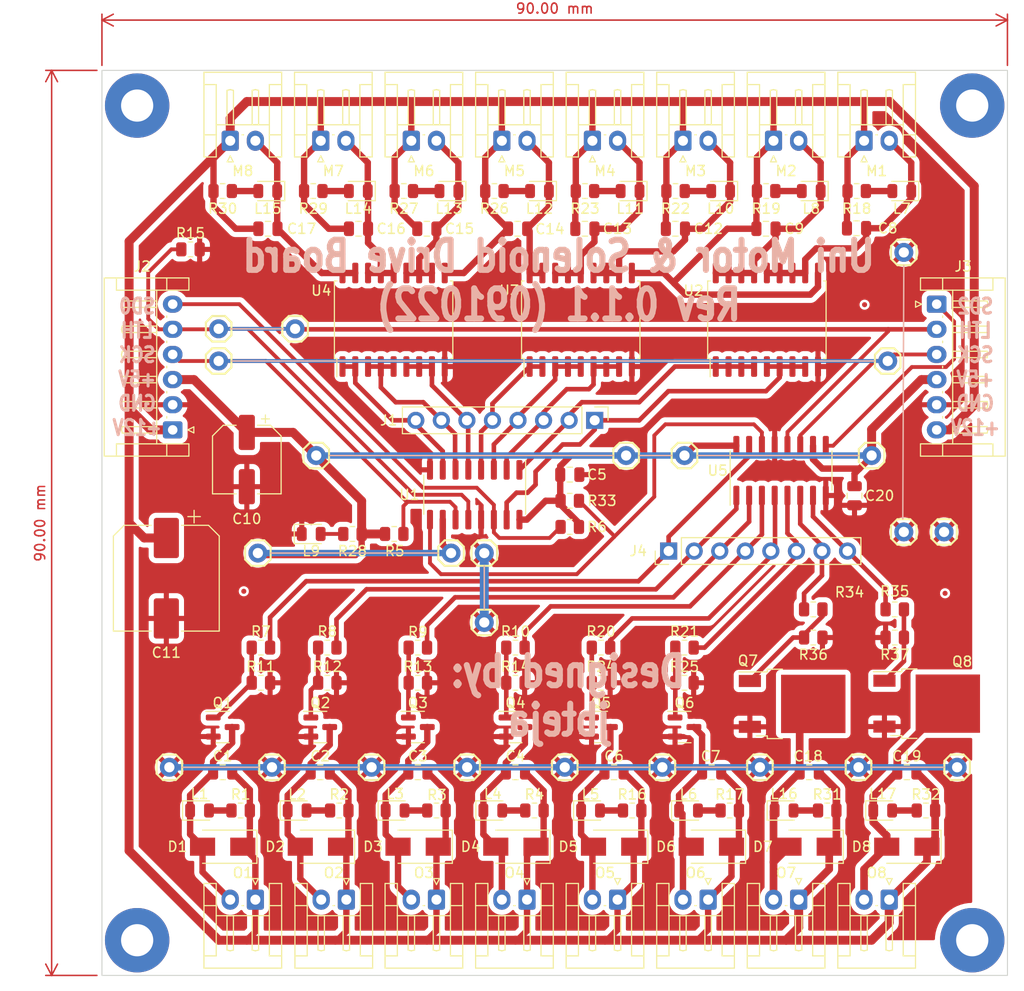
<source format=kicad_pcb>
(kicad_pcb (version 20211014) (generator pcbnew)
  (layers (0 "F.Cu" signal) (31 "B.Cu" signal) (34 "B.Paste" user) (35 "F.Paste" user) (36 "B.SilkS" user "B.Silkscreen") (37 "F.SilkS" user "F.Silkscreen") (38 "B.Mask" user) (39 "F.Mask" user) (44 "Edge.Cuts" user))
  (net 0 "")
  (net 1 "+12V")
  (net 2 "Net-(C1-Pad2)")
  (net 3 "Net-(C2-Pad2)")
  (net 4 "Net-(C3-Pad2)")
  (net 5 "Net-(C4-Pad2)")
  (net 6 "+5V")
  (net 7 "GND")
  (net 8 "Net-(C6-Pad2)")
  (net 9 "Net-(C7-Pad2)")
  (net 10 "/Q1")
  (net 11 "/Q2")
  (net 12 "/Q3")
  (net 13 "/Q4")
  (net 14 "/Q5")
  (net 15 "/Q6")
  (net 16 "/Q7")
  (net 17 "/Q8")
  (net 18 "Net-(C18-Pad2)")
  (net 19 "Net-(C19-Pad2)")
  (net 24 "/S1")
  (net 25 "/S2")
  (net 26 "/S3")
  (net 27 "/S4")
  (net 28 "/S5")
  (net 29 "/S6")
  (net 30 "/S7")
  (net 31 "/S8")
  (net 32 "/LTH")
  (net 33 "/SCK")
  (net 34 "/SDO")
  (net 35 "/SDO2")
  (net 36 "/S9")
  (net 37 "/S10")
  (net 38 "/S11")
  (net 39 "/S12")
  (net 40 "/S13")
  (net 41 "/S14")
  (net 42 "/S15")
  (net 43 "/S16")
  (net 44 "Net-(L1-Pad2)")
  (net 45 "Net-(L2-Pad2)")
  (net 46 "Net-(L3-Pad2)")
  (net 47 "Net-(L4-Pad2)")
  (net 48 "Net-(L5-Pad2)")
  (net 49 "Net-(L6-Pad2)")
  (net 50 "Net-(L7-Pad2)")
  (net 51 "Net-(L8-Pad2)")
  (net 52 "Net-(L9-Pad2)")
  (net 53 "Net-(L10-Pad2)")
  (net 54 "Net-(L11-Pad2)")
  (net 55 "Net-(L12-Pad2)")
  (net 56 "Net-(L13-Pad2)")
  (net 57 "Net-(L14-Pad2)")
  (net 58 "Net-(L15-Pad2)")
  (net 59 "Net-(L16-Pad2)")
  (net 60 "Net-(L17-Pad2)")
  (net 61 "Net-(Q1-Pad1)")
  (net 62 "Net-(Q2-Pad1)")
  (net 63 "Net-(Q3-Pad1)")
  (net 64 "Net-(Q4-Pad1)")
  (net 65 "Net-(Q5-Pad1)")
  (net 66 "Net-(Q6-Pad1)")
  (net 67 "Net-(Q7-Pad1)")
  (net 68 "Net-(Q8-Pad1)")
  (net 69 "/SDO1")
  (footprint "Resistor_SMD:R_0805_2012Metric" (layer "F.Cu") (at 141.6 97.4 180)
    (fp_text reference "R20")
    (fp_text value "180")
  )
  (footprint "Resistor_SMD:R_0805_2012Metric" (layer "F.Cu") (at 133.1 100.9)
    (fp_text reference "R14")
    (fp_text value "10K")
  )
  (footprint "Resistor_SMD:R_0805_2012Metric" (layer "F.Cu") (at 162.7 96.4)
    (fp_text reference "R36")
    (fp_text value "10K")
  )
  (footprint "Resistor_SMD:R_0805_2012Metric" (layer "F.Cu") (at 162.7 93.6)
    (fp_text reference "R34")
    (fp_text value "180")
  )
  (footprint "Resistor_SMD:R_0805_2012Metric" (layer "F.Cu") (at 122.005332 52)
    (fp_text reference "R27")
    (fp_text value "2K7")
  )
  (footprint "Package_TO_SOT_SMD:SOT-23" (layer "F.Cu") (at 113.7 105.3)
    (fp_text reference "Q2")
    (fp_text value "AO3400A")
  )
  (footprint "Resistor_SMD:R_0805_2012Metric" (layer "F.Cu") (at 170.8 93.6)
    (fp_text reference "R35")
    (fp_text value "180")
  )
  (footprint "Connector_JST:JST_EH_S2B-EH_1x02_P2.50mm_Horizontal" (layer "F.Cu") (at 158.75 47)
    (fp_text reference "M2")
    (fp_text value "Motor_DC")
  )
  (footprint "Connectors:1X01" (layer "F.Cu") (at 130 88)
    (fp_text reference "CN10" hide)
    (fp_text value "Conn_01x01_Male" hide)
  )
  (footprint "Capacitor_SMD:C_0805_2012Metric" (layer "F.Cu") (at 152.6 109.8 180)
    (fp_text reference "C7")
    (fp_text value "0.1uF")
  )
  (footprint "Resistor_SMD:R_0805_2012Metric" (layer "F.Cu") (at 138.5 82.8)
    (fp_text reference "R33")
    (fp_text value "10K")
  )
  (footprint "Diode_SMD:D_SMA" (layer "F.Cu") (at 172 117.2 180)
    (fp_text reference "D8")
    (fp_text value "1N4007")
  )
  (footprint "LED_SMD:LED_0805_2012Metric" (layer "F.Cu") (at 140.5625 113.6)
    (fp_text reference "L5")
    (fp_text value "RED")
  )
  (footprint "LED_SMD:LED_0805_2012Metric" (layer "F.Cu") (at 169.6 113.6)
    (fp_text reference "L17")
    (fp_text value "RED")
  )
  (footprint "Resistor_SMD:R_0805_2012Metric" (layer "F.Cu") (at 114.4 100.9)
    (fp_text reference "R12")
    (fp_text value "10K")
  )
  (footprint "Resistor_SMD:R_0805_2012Metric" (layer "F.Cu") (at 105.7875 113.6 180)
    (fp_text reference "R1")
    (fp_text value "2K7")
  )
  (footprint "Capacitor_SMD:CP_Elec_6.3x7.7" (layer "F.Cu") (at 106.4 78.7 -90)
    (fp_text reference "C10")
    (fp_text value "100uF")
  )
  (footprint "LED_SMD:LED_0805_2012Metric" (layer "F.Cu") (at 153.494663 52 180)
    (fp_text reference "L10")
    (fp_text value "RED")
  )
  (footprint "Fiducial:Fiducial_0.5mm_Mask1mm" (layer "F.Cu") (at 106.1 91.8)
    (fp_text reference "FID2" hide)
    (fp_text value "Fiducial")
  )
  (footprint "MountingHole:MountingHole_3.2mm_M3_Pad" (layer "F.Cu") (at 178.5 126.5)
    (fp_text reference "H2" hide)
    (fp_text value "MountingHole")
  )
  (footprint "Capacitor_SMD:C_0805_2012Metric" (layer "F.Cu") (at 117.5 55.75)
    (fp_text reference "C16")
    (fp_text value "0.1uF")
  )
  (footprint "Connector_JST:JST_EH_S2B-EH_1x02_P2.50mm_Horizontal" (layer "F.Cu") (at 113.75 47)
    (fp_text reference "M7")
    (fp_text value "Motor_DC")
  )
  (footprint "Connectors:1X01" (layer "F.Cu") (at 171.7 58.1)
    (fp_text reference "CN13" hide)
    (fp_text value "Conn_01x01_Male" hide)
  )
  (footprint "Capacitor_SMD:C_0805_2012Metric" (layer "F.Cu") (at 162.3 109.8 180)
    (fp_text reference "C18")
    (fp_text value "0.1uF")
  )
  (footprint "Connector_PinHeader_2.54mm:PinHeader_1x08_P2.54mm_Vertical" (layer "F.Cu") (at 140.975 74.8 -90)
    (fp_text reference "J1")
    (fp_text value "Conn_01x08")
  )
  (footprint "MountingHole:MountingHole_3.2mm_M3_Pad" (layer "F.Cu") (at 95.5 126.5)
    (fp_text reference "H3" hide)
    (fp_text value "MountingHole")
  )
  (footprint "Package_SO:SOIC-16_3.9x9.9mm_P1.27mm" (layer "F.Cu") (at 129.05 82.2 -90)
    (fp_text reference "U1")
    (fp_text value "74HC595")
  )
  (footprint "LED_SMD:LED_0805_2012Metric" (layer "F.Cu") (at 108.481333 52 180)
    (fp_text reference "L15")
    (fp_text value "RED")
  )
  (footprint "Package_SO:SOIC-18W_7.5x11.6mm_P1.27mm" (layer "F.Cu") (at 139.59 64.8 90)
    (fp_text reference "U3")
    (fp_text value "ULN2803")
  )
  (footprint "Resistor_SMD:R_0805_2012Metric" (layer "F.Cu") (at 123.4 100.9)
    (fp_text reference "R13")
    (fp_text value "10K")
  )
  (footprint "Resistor_SMD:R_0805_2012Metric" (layer "F.Cu") (at 149.9 97.4 180)
    (fp_text reference "R21")
    (fp_text value "180")
  )
  (footprint "LED_SMD:LED_0805_2012Metric" (layer "F.Cu") (at 144.491997 52 180)
    (fp_text reference "L11")
    (fp_text value "RED")
  )
  (footprint "MountingHole:MountingHole_3.2mm_M3_Pad" (layer "F.Cu") (at 178.5 43.5)
    (fp_text reference "H1" hide)
    (fp_text value "MountingHole")
  )
  (footprint "Resistor_SMD:R_0805_2012Metric" (layer "F.Cu") (at 125.25 113.6 180)
    (fp_text reference "R3")
    (fp_text value "2K7")
  )
  (footprint "Fiducial:Fiducial_0.5mm_Mask1mm" (layer "F.Cu") (at 175.8 92)
    (fp_text reference "FID3" hide)
    (fp_text value "Fiducial")
  )
  (footprint "Capacitor_SMD:C_0805_2012Metric" (layer "F.Cu") (at 167 55.7)
    (fp_text reference "C8")
    (fp_text value "0.1uF")
  )
  (footprint "LED_SMD:LED_0805_2012Metric" (layer "F.Cu") (at 171.5 52 180)
    (fp_text reference "L7")
    (fp_text value "RED")
  )
  (footprint "Capacitor_SMD:C_0805_2012Metric" (layer "F.Cu") (at 133.314284 55.75)
    (fp_text reference "C14")
    (fp_text value "0.1uF")
  )
  (footprint "Resistor_SMD:R_0805_2012Metric" (layer "F.Cu") (at 167.018662 52)
    (fp_text reference "R18")
    (fp_text value "2K7")
  )
  (footprint "Capacitor_SMD:C_0805_2012Metric" (layer "F.Cu") (at 104 109.8 180)
    (fp_text reference "C1")
    (fp_text value "0.1uF")
  )
  (footprint "Fiducial:Fiducial_0.5mm_Mask1mm" (layer "F.Cu") (at 167.8 63.3)
    (fp_text reference "FID1" hide)
    (fp_text value "Fiducial")
  )
  (footprint "Capacitor_SMD:C_0805_2012Metric" (layer "F.Cu") (at 172 109.8 180)
    (fp_text reference "C19")
    (fp_text value "0.1uF")
  )
  (footprint "Connectors:1X01" (layer "F.Cu") (at 157.4 109.3)
    (fp_text reference "CN7" hide)
    (fp_text value "Conn_01x01_Male" hide)
  )
  (footprint "Connectors:1X01" (layer "F.Cu") (at 168.5 78.3)
    (fp_text reference "CN18" hide)
    (fp_text value "Conn_01x01_Male" hide)
  )
  (footprint "LED_SMD:LED_0805_2012Metric" (layer "F.Cu") (at 135.489331 52 180)
    (fp_text reference "L12")
    (fp_text value "RED")
  )
  (footprint "Capacitor_SMD:C_0805_2012Metric" (layer "F.Cu") (at 123.4 109.8 180)
    (fp_text reference "C3")
    (fp_text value "0.1uF")
  )
  (footprint "Resistor_SMD:R_0805_2012Metric" (layer "F.Cu") (at 138.5 85.4 180)
    (fp_text reference "R6")
    (fp_text value "10K")
  )
  (footprint "Diode_SMD:D_SMA" (layer "F.Cu") (at 104 117.2 180)
    (fp_text reference "D1")
    (fp_text value "1N4007")
  )
  (footprint "Package_TO_SOT_SMD:SOT-23" (layer "F.Cu") (at 104 105.3)
    (fp_text reference "Q1")
    (fp_text value "AO3400A")
  )
  (footprint "Capacitor_SMD:C_0805_2012Metric" (layer "F.Cu") (at 108.5 55.75)
    (fp_text reference "C17")
    (fp_text value "0.1uF")
  )
  (footprint "LED_SMD:LED_0805_2012Metric" (layer "F.Cu") (at 112.8 86.1)
    (fp_text reference "L9")
    (fp_text value "RED")
  )
  (footprint "Package_SO:SOIC-18W_7.5x11.6mm_P1.27mm" (layer "F.Cu") (at 158.09 64.8 90)
    (fp_text reference "U2")
    (fp_text value "ULN2803")
  )
  (footprint "Package_TO_SOT_SMD:SOT-23" (layer "F.Cu") (at 123.4 105.3)
    (fp_text reference "Q3")
    (fp_text value "AO3400A")
  )
  (footprint "Resistor_SMD:R_0805_2012Metric" (layer "F.Cu") (at 131.007998 52)
    (fp_text reference "R26")
    (fp_text value "2K7")
  )
  (footprint "Connector_JST:JST_EH_S2B-EH_1x02_P2.50mm_Horizontal" (layer "F.Cu") (at 104.75 47)
    (fp_text reference "M8")
    (fp_text value "Motor_DC")
  )
  (footprint "Resistor_SMD:R_0805_2012Metric" (layer "F.Cu") (at 107.8 97.4 180)
    (fp_text reference "R7")
    (fp_text value "180")
  )
  (footprint "Resistor_SMD:R_0805_2012Metric" (layer "F.Cu") (at 170.8 96.4 180)
    (fp_text reference "R37")
    (fp_text value "10K")
  )
  (footprint "LED_SMD:LED_0805_2012Metric" (layer "F.Cu") (at 130.85 113.6)
    (fp_text reference "L4")
    (fp_text value "RED")
  )
  (footprint "Connectors:1X01" (layer "F.Cu") (at 126.7 88)
    (fp_text reference "CN19" hide)
    (fp_text value "Conn_01x01_Male" hide)
  )
  (footprint "Package_SO:SOIC-18W_7.5x11.6mm_P1.27mm" (layer "F.Cu") (at 120.99 64.8 90)
    (fp_text reference "U4")
    (fp_text value "ULN2803")
  )
  (footprint "Capacitor_SMD:C_0805_2012Metric" (layer "F.Cu") (at 142.9 109.8 180)
    (fp_text reference "C6")
    (fp_text value "0.1uF")
  )
  (footprint "Resistor_SMD:R_0805_2012Metric" (layer "F.Cu") (at 149.9 100.9)
    (fp_text reference "R25")
    (fp_text value "10K")
  )
  (footprint "Connector_JST:JST_EH_S6B-EH_1x06_P2.50mm_Horizontal" (layer "F.Cu") (at 174.9675 63.25 -90)
    (fp_text reference "J3")
    (fp_text value "Out_Conn_01x06")
  )
  (footprint "Package_TO_SOT_SMD:TO-252-2" (layer "F.Cu") (at 160.6 103)
    (fp_text reference "Q7")
    (fp_text value "DOD15N03")
  )
  (footprint "Connector_JST:JST_EH_S2B-EH_1x02_P2.50mm_Horizontal" (layer "F.Cu") (at 125.25 122.4675 180)
    (fp_text reference "O3")
    (fp_text value "Motor_DC")
  )
  (footprint "LED_SMD:LED_0805_2012Metric" (layer "F.Cu") (at 117.483999 52 180)
    (fp_text reference "L14")
    (fp_text value "RED")
  )
  (footprint "Connector_JST:JST_EH_S2B-EH_1x02_P2.50mm_Horizontal" (layer "F.Cu") (at 116.292858 122.4675 180)
    (fp_text reference "O2")
    (fp_text value "Motor_DC")
  )
  (footprint "LED_SMD:LED_0805_2012Metric" (layer "F.Cu") (at 150.3 113.6)
    (fp_text reference "L6")
    (fp_text value "RED")
  )
  (footprint "Connector_JST:JST_EH_S2B-EH_1x02_P2.50mm_Horizontal" (layer "F.Cu") (at 161.25 122.4675 180)
    (fp_text reference "O7")
    (fp_text value "Motor_DC")
  )
  (footprint "Connectors:1X01" (layer "F.Cu") (at 128.3 109.3)
    (fp_text reference "CN4" hide)
    (fp_text value "Conn_01x01_Male" hide)
  )
  (footprint "Connector_JST:JST_EH_S2B-EH_1x02_P2.50mm_Horizontal" (layer "F.Cu") (at 167.75 47)
    (fp_text reference "M1")
    (fp_text value "Motor_DC")
  )
  (footprint "Connectors:1X01" (layer "F.Cu") (at 175.7 85.9)
    (fp_text reference "CN14" hide)
    (fp_text value "Conn_01x01_Male" hide)
  )
  (footprint "Connectors:1X01" (layer "F.Cu") (at 167.2 109.3)
    (fp_text reference "CN8" hide)
    (fp_text value "Conn_01x01_Male" hide)
  )
  (footprint "Connectors:1X01" (layer "F.Cu") (at 144.1 78.3)
    (fp_text reference "CN16" hide)
    (fp_text value "Conn_01x01_Male" hide)
  )
  (footprint "Capacitor_SMD:C_0805_2012Metric" (layer "F.Cu") (at 166.8 82.3 -90)
    (fp_text reference "C20")
    (fp_text value "0.1uF")
  )
  (footprint "Connectors:1X01" (layer "F.Cu") (at 177 109.3)
    (fp_text reference "CN9" hide)
    (fp_text value "Conn_01x01_Male" hide)
  )
  (footprint "Connector_JST:JST_EH_S2B-EH_1x02_P2.50mm_Horizontal" (layer "F.Cu") (at 149.75 47)
    (fp_text reference "M3")
    (fp_text value "Motor_DC")
  )
  (footprint "Resistor_SMD:R_0805_2012Metric" (layer "F.Cu") (at 173.9 113.6 180)
    (fp_text reference "R32")
    (fp_text value "2K7")
  )
  (footprint "Connectors:1X01" (layer "F.Cu") (at 171.7 85.9)
    (fp_text reference "CN12" hide)
    (fp_text value "Conn_01x01_Male" hide)
  )
  (footprint "Capacitor_SMD:C_0805_2012Metric" (layer "F.Cu") (at 149 55.75)
    (fp_text reference "C12")
    (fp_text value "0.1uF")
  )
  (footprint "Connectors:1X01" (layer "F.Cu") (at 130 94.9)
    (fp_text reference "CN11" hide)
    (fp_text value "Conn_01x01_Male" hide)
  )
  (footprint "Connector_JST:JST_EH_S6B-EH_1x06_P2.50mm_Horizontal" (layer "F.Cu") (at 99.0325 75.75 90)
    (fp_text reference "J2")
    (fp_text value "In_Conn_01x06")
  )
  (footprint "Diode_SMD:D_SMA" (layer "F.Cu") (at 142.85714 117.2 180)
    (fp_text reference "D5")
    (fp_text value "1N4007")
  )
  (footprint "Connectors:1X01" (layer "F.Cu") (at 149.9 78.3)
    (fp_text reference "CN17" hide)
    (fp_text value "Conn_01x01_Male" hide)
  )
  (footprint "Resistor_SMD:R_0805_2012Metric" (layer "F.Cu") (at 140.010664 52)
    (fp_text reference "R23")
    (fp_text value "2K7")
  )
  (footprint "Resistor_SMD:R_0805_2012Metric" (layer "F.Cu") (at 144.7 113.6 180)
    (fp_text reference "R16")
    (fp_text value "2K7")
  )
  (footprint "Connectors:1X01" (layer "F.Cu") (at 98.7 109.3)
    (fp_text reference "CN1" hide)
    (fp_text value "Conn_01x01_Male" hide)
  )
  (footprint "LED_SMD:LED_0805_2012Metric" (layer "F.Cu") (at 159.8 113.6)
    (fp_text reference "L16")
    (fp_text value "RED")
  )
  (footprint "Connector_JST:JST_EH_S2B-EH_1x02_P2.50mm_Horizontal" (layer "F.Cu") (at 143.25 122.4675 180)
    (fp_text reference "O5")
    (fp_text value "Motor_DC")
  )
  (footprint "Resistor_SMD:R_0805_2012Metric" (layer "F.Cu") (at 104 52)
    (fp_text reference "R30")
    (fp_text value "2K7")
  )
  (footprint "Connector_PinHeader_2.54mm:PinHeader_1x08_P2.54mm_Vertical" (layer "F.Cu") (at 148.325 87.8 90)
    (fp_text reference "J4")
    (fp_text value "Conn_01x08")
  )
  (footprint "Capacitor_SMD:C_0805_2012Metric" (layer "F.Cu") (at 140 55.75)
    (fp_text reference "C13")
    (fp_text value "0.1uF")
  )
  (footprint "Resistor_SMD:R_0805_2012Metric" (layer "F.Cu") (at 100.8 57.8)
    (fp_text reference "R15")
    (fp_text value "10K")
  )
  (footprint "Diode_SMD:D_SMA" (layer "F.Cu") (at 113.714285 117.2 180)
    (fp_text reference "D2")
    (fp_text value "1N4007")
  )
  (footprint "Capacitor_SMD:C_0805_2012Metric" (layer "F.Cu") (at 133.1 109.8 180)
    (fp_text reference "C4")
    (fp_text value "0.1uF")
  )
  (footprint "Connectors:1X01" (layer "F.Cu") (at 138 109.3)
    (fp_text reference "CN5" hide)
    (fp_text value "Conn_01x01_Male" hide)
  )
  (footprint "Resistor_SMD:R_0805_2012Metric" (layer "F.Cu") (at 121.05 86.1)
    (fp_text reference "R5")
    (fp_text value "10K")
  )
  (footprint "Resistor_SMD:R_0805_2012Metric" (layer "F.Cu") (at 116.9 86.1 180)
    (fp_text reference "R28")
    (fp_text value "1K")
  )
  (footprint "Connector_JST:JST_EH_S2B-EH_1x02_P2.50mm_Horizontal" (layer "F.Cu") (at 170.25 122.4675 180)
    (fp_text reference "O8")
    (fp_text value "Motor_DC")
  )
  (footprint "LED_SMD:LED_0805_2012Metric" (layer "F.Cu") (at 101.7 113.6)
    (fp_text reference "L1")
    (fp_text value "RED")
  )
  (footprint "Resistor_SMD:R_0805_2012Metric" (layer "F.Cu") (at 154.4 113.6 180)
    (fp_text reference "R17")
    (fp_text value "2K7")
  )
  (footprint "Diode_SMD:D_SMA" (layer "F.Cu") (at 152.571425 117.2 180)
    (fp_text reference "D6")
    (fp_text value "1N4007")
  )
  (footprint "Package_TO_SOT_SMD:SOT-23" (layer "F.Cu") (at 141.6 105.3)
    (fp_text reference "Q5")
    (fp_text value "AO3400A")
  )
  (footprint "Package_SO:SOIC-16_3.9x9.9mm_P1.27mm" (layer "F.Cu") (at 159.5 79.8 90)
    (fp_text reference "U5")
    (fp_text value "74HC595")
  )
  (footprint "Capacitor_SMD:C_0805_2012Metric" (layer "F.Cu") (at 113.7 109.8 180)
    (fp_text reference "C2")
    (fp_text value "0.1uF")
  )
  (footprint "Resistor_SMD:R_0805_2012Metric" (layer "F.Cu") (at 133.1 97.4 180)
    (fp_text reference "R10")
    (fp_text value "180")
  )
  (footprint "Connector_JST:JST_EH_S2B-EH_1x02_P2.50mm_Horizontal" (layer "F.Cu") (at 134.25 122.4675 180)
    (fp_text reference "O4")
    (fp_text value "Motor_DC")
  )
  (footprint "Connectors:1X01" (layer "F.Cu") (at 103.6 65.7)
    (fp_text reference "CN22" hide)
    (fp_text value "Conn_01x01_Male" hide)
  )
  (footprint "Connectors:1X01" (layer "F.Cu") (at 108.9 109.3)
    (fp_text reference "CN2" hide)
    (fp_text value "Conn_01x01_Male" hide)
  )
  (footprint "Resistor_SMD:R_0805_2012Metric" (layer "F.Cu") (at 123.4 97.4 180)
    (fp_text reference "R9")
    (fp_text value "180")
  )
  (footprint "MountingHole:MountingHole_3.2mm_M3_Pad" (layer "F.Cu") (at 95.5 43.5)
    (fp_text reference "H4" hide)
    (fp_text value "MountingHole")
  )
  (footprint "Resistor_SMD:R_0805_2012Metric" (layer "F.Cu") (at 134.9875 113.6 180)
    (fp_text reference "R4")
    (fp_text value "2K7")
  )
  (footprint "Resistor_SMD:R_0805_2012Metric" (layer "F.Cu") (at 164.0875 113.6 180)
    (fp_text reference "R31")
    (fp_text value "2K7")
  )
  (footprint "Connector_JST:JST_EH_S2B-EH_1x02_P2.50mm_Horizontal" (layer "F.Cu") (at 107.25 122.4675 180)
    (fp_text reference "O1")
    (fp_text value "Motor_DC")
  )
  (footprint "Resistor_SMD:R_0805_2012Metric" (layer "F.Cu") (at 149.01333 52)
    (fp_text reference "R22")
    (fp_text value "2K7")
  )
  (footprint "Diode_SMD:D_SMA" (layer "F.Cu") (at 133.142855 117.2 180)
    (fp_text reference "D4")
    (fp_text value "1N4007")
  )
  (footprint "Diode_SMD:D_SMA" (layer "F.Cu") (at 123.42857 117.2 180)
    (fp_text reference "D3")
    (fp_text value "1N4007")
  )
  (footprint "Capacitor_SMD:C_0805_2012Metric" (layer "F.Cu") (at 138.5 80.2)
    (fp_text reference "C5")
    (fp_text value "0.1uF")
  )
  (footprint "Resistor_SMD:R_0805_2012Metric" (layer "F.Cu") (at 141.6 100.9)
    (fp_text reference "R24")
    (fp_text value "10K")
  )
  (footprint "Connector_JST:JST_EH_S2B-EH_1x02_P2.50mm_Horizontal" (layer "F.Cu") (at 140.75 47)
    (fp_text reference "M4")
    (fp_text value "Motor_DC")
  )
  (footprint "Connector_JST:JST_EH_S2B-EH_1x02_P2.50mm_Horizontal" (layer "F.Cu") (at 131.75 47)
    (fp_text reference "M5")
    (fp_text value "Motor_DC")
  )
  (footprint "Resistor_SMD:R_0805_2012Metric" (layer "F.Cu") (at 107.8 100.9)
    (fp_text reference "R11")
    (fp_text value "10K")
  )
  (footprint "Package_TO_SOT_SMD:TO-252-2" (layer "F.Cu") (at 173.975 102.975)
    (fp_text reference "Q8")
    (fp_text value "DOD15N03")
  )
  (footprint "Connectors:1X01" (layer "F.Cu") (at 107.5 88)
    (fp_text reference "CN20" hide)
    (fp_text value "Conn_01x01_Male" hide)
  )
  (footprint "Connectors:1X01" (layer "F.Cu") (at 147.7 109.3)
    (fp_text reference "CN6" hide)
    (fp_text value "Conn_01x01_Male" hide)
  )
  (footprint "Connectors:1X01" (layer "F.Cu") (at 113.3 78.3)
    (fp_text reference "CN15" hide)
    (fp_text value "Conn_01x01_Male" hide)
  )
  (footprint "Connector_JST:JST_EH_S2B-EH_1x02_P2.50mm_Horizontal" (layer "F.Cu") (at 152.25 122.4675 180)
    (fp_text reference "O6")
    (fp_text value "Motor_DC")
  )
  (footprint "LED_SMD:LED_0805_2012Metric" (layer "F.Cu") (at 111.4 113.6)
    (fp_text reference "L2")
    (fp_text value "RED")
  )
  (footprint "LED_SMD:LED_0805_2012Metric" (layer "F.Cu") (at 162.497329 52 180)
    (fp_text reference "L8")
    (fp_text value "RED")
  )
  (footprint "Package_TO_SOT_SMD:SOT-23" (layer "F.Cu") (at 133.1 105.3)
    (fp_text reference "Q4")
    (fp_text value "AO3400A")
  )
  (footprint "Resistor_SMD:R_0805_2012Metric" (layer "F.Cu") (at 115.5875 113.6 180)
    (fp_text reference "R2")
    (fp_text value "2K7")
  )
  (footprint "Connectors:1X01" (layer "F.Cu") (at 170.1 68.9)
    (fp_text reference "CN23" hide)
    (fp_text value "Conn_01x01_Male" hide)
  )
  (footprint "LED_SMD:LED_0805_2012Metric" (layer "F.Cu") (at 126.486665 52 180)
    (fp_text reference "L13")
    (fp_text value "RED")
  )
  (footprint "Diode_SMD:D_SMA" (layer "F.Cu") (at 162.28571 117.2 180)
    (fp_text reference "D7")
    (fp_text value "1N4007")
  )
  (footprint "Connectors:1X01" (layer "F.Cu") (at 103.6 68.9)
    (fp_text reference "CN21" hide)
    (fp_text value "Conn_01x01_Male" hide)
  )
  (footprint "Connector_JST:JST_EH_S2B-EH_1x02_P2.50mm_Horizontal" (layer "F.Cu") (at 122.75 47)
    (fp_text reference "M6")
    (fp_text value "Motor_DC")
  )
  (footprint "Connectors:1X01" (layer "F.Cu") (at 118.8 109.3)
    (fp_text reference "CN3" hide)
    (fp_text value "Conn_01x01_Male" hide)
  )
  (footprint "LED_SMD:LED_0805_2012Metric" (layer "F.Cu") (at 121.1375 113.6)
    (fp_text reference "L3")
    (fp_text value "RED")
  )
  (footprint "Capacitor_SMD:C_0805_2012Metric" (layer "F.Cu") (at 158 55.75)
    (fp_text reference "C9")
    (fp_text value "0.1uF")
  )
  (footprint "Capacitor_SMD:CP_Elec_10x10" (layer "F.Cu") (at 98.4 90.5 -90)
    (fp_text reference "C11")
    (fp_text value "100uF")
  )
  (footprint "Resistor_SMD:R_0805_2012Metric" (layer "F.Cu") (at 158.015996 52)
    (fp_text reference "R19")
    (fp_text value "2K7")
  )
  (footprint "Resistor_SMD:R_0805_2012Metric" (layer "F.Cu") (at 114.4 97.4 180)
    (fp_text reference "R8")
    (fp_text value "180")
  )
  (footprint "Capacitor_SMD:C_0805_2012Metric" (layer "F.Cu") (at 124.292856 55.75)
    (fp_text reference "C15")
    (fp_text value "0.1uF")
  )
  (footprint "Resistor_SMD:R_0805_2012Metric" (layer "F.Cu") (at 113.002666 52)
    (fp_text reference "R29")
    (fp_text value "2K7")
  )
  (footprint "Package_TO_SOT_SMD:SOT-23" (layer "F.Cu") (at 149.9 105.3)
    (fp_text reference "Q6")
    (fp_text value "AO3400A")
  )
  (footprint "Connectors:1X01" (layer "F.Cu") (at 111.2 65.7)
    (fp_text reference "CN24" hide)
    (fp_text value "Conn_01x01_Male" hide)
  )
  (gr_line (start 145.4 78.3) (end 148.6 78.3) (layer "B.SilkS") (width 0.15))
  (gr_line (start 104.9 68.9) (end 168.8 68.9) (layer "B.SilkS") (width 0.15))
  (gr_line (start 168.5 109.3) (end 175.7 109.3) (layer "B.SilkS") (width 0.15))
  (gr_line (start 139.3 109.3) (end 146.4 109.3) (layer "B.SilkS") (width 0.15))
  (gr_line (start 110.2 109.3) (end 117.5 109.3) (layer "B.SilkS") (width 0.15))
  (gr_line (start 114.6 78.3) (end 142.8 78.3) (layer "B.SilkS") (width 0.15))
  (gr_line (start 158.7 109.3) (end 165.9 109.3) (layer "B.SilkS") (width 0.15))
  (gr_line (start 130 89.3) (end 130 93.6) (layer "B.SilkS") (width 0.15))
  (gr_line (start 120.1 109.3) (end 127 109.3) (layer "B.SilkS") (width 0.15))
  (gr_line (start 104.75 65.7) (end 110.05 65.7) (layer "B.SilkS") (width 0.15))
  (gr_line (start 151.2 78.3) (end 167.2 78.3) (layer "B.SilkS") (width 0.15))
  (gr_line (start 171.7 59.4) (end 171.6 84.6) (layer "B.SilkS") (width 0.15))
  (gr_line (start 108.8 88) (end 125.4 88) (layer "B.SilkS") (width 0.15))
  (gr_line (start 129.6 109.3) (end 136.7 109.3) (layer "B.SilkS") (width 0.15))
  (gr_line (start 100 109.3) (end 107.6 109.3) (layer "B.SilkS") (width 0.15))
  (gr_line (start 149 109.3) (end 156.1 109.3) (layer "B.SilkS") (width 0.15))
  (gr_rect (start 92 40) (end 182 130) (layer "Edge.Cuts") (width 0.1) (fill none))
  (gr_text "SD2\nLTH\nSCK\n+5V\nGND\n+12V" (at 178.8 69.5) (layer "B.SilkS") (effects (font (size 1.5 1.2) (thickness 0.3)) (justify mirror)))
  (gr_text "Designed by: \njbteja\n" (at 137.4 102.2) (layer "B.SilkS") (effects (font (size 3 2.4) (thickness 0.6)) (justify mirror)))
  (gr_text "Uni Motor & Solenoid Drive Board\nRev 0.1.1 (091022)" (at 137.4 60.9) (layer "B.SilkS") (effects (font (size 3 2.4) (thickness 0.6)) (justify mirror)))
  (gr_text "SD0\nLTH\nSCK\n+5V\nGND\n+12V" (at 95.5 69.5) (layer "B.SilkS") (effects (font (size 1.5 1.2) (thickness 0.3)) (justify mirror)))
  (dimension (type aligned) (layer "F.Cu") (pts (xy 92 130) (xy 92 40)) (height -5) (gr_text "90.00 mm" (at 85.85 85 90) (layer "F.Cu") (effects (font (size 1 1) (thickness 0.15)))) (format (units 3) (units_format 1) (precision 2)) (style (thickness 0.15) (arrow_length 1.27) (text_position_mode 0) (extension_height 0.58642) (extension_offset 0.5) keep_text_aligned))
  (dimension (type aligned) (layer "F.Cu") (pts (xy 182 40) (xy 92 40)) (height 5) (gr_text "90.00 mm" (at 137 33.85) (layer "F.Cu") (effects (font (size 1 1) (thickness 0.15)))) (format (units 3) (units_format 1) (precision 2)) (style (thickness 0.15) (arrow_length 1.27) (text_position_mode 0) (extension_height 0.58642) (extension_offset 0.5) keep_text_aligned))
  (segment (start 155.3125 113.6) (end 155.3125 111.5625) (width 0.635) (layer "F.Cu") (net 1))
  (segment (start 126.1625 111.6125) (end 124.35 109.8) (width 0.635) (layer "F.Cu") (net 1))
  (segment (start 160 126.5) (end 161.25 125.25) (width 0.889) (layer "F.Cu") (net 1))
  (segment (start 160 126.5) (end 142 126.5) (width 0.889) (layer "F.Cu") (net 1))
  (segment (start 135.9 116.442855) (end 135.9 113.6) (width 0.635) (layer "F.Cu") (net 1))
  (segment (start 178.7 73.3) (end 178.7 51.5) (width 0.889) (layer "F.Cu") (net 1))
  (segment (start 104.7 47) (end 94.7 57) (width 0.889) (layer "F.Cu") (net 1))
  (segment (start 96.85 75.75) (end 99.0325 75.75) (width 0.889) (layer "F.Cu") (net 1))
  (segment (start 150 43.1) (end 140.4 43.1) (width 0.889) (layer "F.Cu") (net 1))
  (segment (start 107.25 122.4675) (end 107.25 125.65) (width 0.635) (layer "F.Cu") (net 1))
  (segment (start 106.7 111.55) (end 104.95 109.8) (width 0.635) (layer "F.Cu") (net 1))
  (segment (start 164.28571 117.2) (end 165 116.48571) (width 0.762) (layer "F.Cu") (net 1))
  (segment (start 134.25 122.4675) (end 134.25 118.092855) (width 0.635) (layer "F.Cu") (net 1))
  (segment (start 94.7 73.6) (end 94.7 85) (width 0.889) (layer "F.Cu") (net 1))
  (segment (start 139.098164 52) (end 139.05 52.048164) (width 0.635) (layer "F.Cu") (net 1))
  (segment (start 133.1 126.5) (end 142 126.5) (width 0.889) (layer "F.Cu") (net 1))
  (segment (start 125.25 122.4675) (end 125.25 117.37857) (width 0.635) (layer "F.Cu") (net 1))
  (segment (start 127.964284 60.15) (end 126.07 60.15) (width 0.635) (layer "F.Cu") (net 1))
  (segment (start 148.9 61.2) (end 150 62.3) (width 0.635) (layer "F.Cu") (net 1))
  (segment (start 152.25 122.4675) (end 154.571425 120.146075) (width 0.635) (layer "F.Cu") (net 1))
  (segment (start 168.5 126.5) (end 160 126.5) (width 0.889) (layer "F.Cu") (net 1))
  (segment (start 130.095498 52) (end 130.095498 53.481214) (width 0.635) (layer "F.Cu") (net 1))
  (segment (start 140.75 43.45) (end 140.4 43.1) (width 0.635) (layer "F.Cu") (net 1))
  (segment (start 130.095498 53.481214) (end 132.364284 55.75) (width 0.635) (layer "F.Cu") (net 1))
  (segment (start 163.17 61.53) (end 163.17 60.15) (width 0.635) (layer "F.Cu") (net 1))
  (segment (start 106.7 113.6) (end 106.7 111.55) (width 0.635) (layer "F.Cu") (net 1))
  (segment (start 105.3 55.75) (end 103.0875 53.5375) (width 0.635) (layer "F.Cu") (net 1))
  (segment (start 170.3 43.1) (end 167.9 43.1) (width 0.889) (layer "F.Cu") (net 1))
  (segment (start 113.6 43.1) (end 106.4 43.1) (width 0.889) (layer "F.Cu") (net 1))
  (segment (start 112.090166 48.659834) (end 112.090166 52) (width 0.635) (layer "F.Cu") (net 1))
  (segment (start 157.103496 48.646504) (end 158.75 47) (width 0.635) (layer "F.Cu") (net 1))
  (segment (start 94.7 57) (end 94.7 73.6) (width 0.889) (layer "F.Cu") (net 1))
  (segment (start 104.75 44.75) (end 104.75 47) (width 0.889) (layer "F.Cu") (net 1))
  (segment (start 166.106162 52) (end 166.05 52.056162) (width 0.635) (layer "F.Cu") (net 1))
  (segment (start 113.75 47) (end 113.75 43.25) (width 0.635) (layer "F.Cu") (net 1))
  (segment (start 176.25 75.75) (end 178.7 73.3) (width 0.889) (layer "F.Cu") (net 1))
  (segment (start 155.3125 111.5625) (end 153.55 109.8) (width 0.635) (layer "F.Cu") (net 1))
  (segment (start 174.8125 116.3875) (end 174 117.2) (width 0.762) (layer "F.Cu") (net 1))
  (segment (start 121.092832 48.657168) (end 121.092832 52) (width 0.635) (layer "F.Cu") (net 1))
  (segment (start 114.55 55.75) (end 116.55 55.75) (width 0.635) (layer "F.Cu") (net 1))
  (segment (start 107.25 122.4675) (end 107.25 118.45) (width 0.635) (layer "F.Cu") (net 1))
  (segment (start 157.103496 52) (end 157.103496 48.646504) (width 0.635) (layer "F.Cu") (net 1))
  (segment (start 152.25 125.45) (end 151.2 126.5) (width 0.635) (layer "F.Cu") (net 1))
  (segment (start 178.7 51.5) (end 170.3 43.1) (width 0.889) (layer "F.Cu") (net 1))
  (segment (start 106.4 126.5) (end 115.2 126.5) (width 0.889) (layer "F.Cu") (net 1))
  (segment (start 144.85714 120.86036) (end 144.85714 117.2) (width 0.635) (layer "F.Cu") (net 1))
  (segment (start 157.05 55.75) (end 154.15 55.75) (width 0.635) (layer "F.Cu") (net 1))
  (segment (start 166.05 52.056162) (end 166.05 55.7) (width 0.635) (layer "F.Cu") (net 1))
  (segment (start 103.6 126.5) (end 106.4 126.5) (width 0.889) (layer "F.Cu") (net 1))
  (segment (start 106.7 116.5) (end 106.7 113.6) (width 0.635) (layer "F.Cu") (net 1))
  (segment (start 103.0875 52) (end 103.0875 53.5375) (width 0.635) (layer "F.Cu") (net 1))
  (segment (start 107.55 55.75) (end 105.3 55.75) (width 0.635) (layer "F.Cu") (net 1))
  (segment (start 144.85714 117.2) (end 145.6125 116.44464) (width 0.635) (layer "F.Cu") (net 1))
  (segment (start 115.714285 117.2) (end 116.5 116.414285) (width 0.635) (layer "F.Cu") (net 1))
  (segment (start 158.75 47) (end 158.75 43.15) (width 0.635) (layer "F.Cu") (net 1))
  (segment (start 157.05 52.053496) (end 157.103496 52) (width 0.635) (layer "F.Cu") (net 1))
  (segment (start 140.4 43.1) (end 131.8 43.1) (width 0.889) (layer "F.Cu") (net 1))
  (segment (start 172.95 109.8) (end 174.8125 111.6625) (width 0.762) (layer "F.Cu") (net 1))
  (segment (start 139.05 52.048164) (end 139.05 55.75) (width 0.635) (layer "F.Cu") (net 1))
  (segment (start 96.2 86.5) (end 94.7 85) (width 0.889) (layer "F.Cu") (net 1))
  (segment (start 115.2 126.5) (end 124.3 126.5) (width 0.889) (layer "F.Cu") (net 1))
  (segment (start 124.3 126.5) (end 133.1 126.5) (width 0.889) (layer "F.Cu") (net 1))
  (segment (start 152.25 122.4675) (end 152.25 125.45) (width 0.635) (layer "F.Cu") (net 1))
  (segment (start 158.75 43.15) (end 158.8 43.1) (width 0.635) (layer "F.Cu") (net 1))
  (segment (start 122.5 43.1) (end 113.6 43.1) (width 0.889) (layer "F.Cu") (net 1))
  (segment (start 174 117.2) (end 174 118.7175) (width 0.762) (layer "F.Cu") (net 1))
  (segment (start 132.364284 55.75) (end 127.964284 60.15) (width 0.635) (layer "F.Cu") (net 1))
  (segment (start 122.75 47) (end 122.75 43.35) (width 0.635) (layer "F.Cu") (net 1))
  (segment (start 135.142855 117.2) (end 135.9 116.442855) (width 0.635) (layer "F.Cu") (net 1))
  (segment (start 113.75 43.25) (end 113.6 43.1) (width 0.635) (layer "F.Cu") (net 1))
  (segment (start 161.25 125.25) (end 161.25 122.4675) (width 0.889) (layer "F.Cu") (net 1))
  (segment (start 147.85 60.15) (end 148.9 61.2) (width 0.635) (layer "F.Cu") (net 1))
  (segment (start 135.9 111.65) (end 134.05 109.8) (width 0.635) (layer "F.Cu") (net 1))
  (segment (start 157.05 55.75) (end 157.05 52.053496) (width 0.635) (layer "F.Cu") (net 1))
  (segment (start 121.092832 52) (end 121.092832 53.499976) (width 0.635) (layer "F.Cu") (net 1))
  (segment (start 165 113.6) (end 165 111.55) (width 0.762) (layer "F.Cu") (net 1))
  (segment (start 122.75 47) (end 121.092832 48.657168) (width 0.635) (layer "F.Cu") (net 1))
  (segment (start 155.3125 116.458925) (end 155.3125 113.6) (width 0.635) (layer "F.Cu") (net 1))
  (segment (start 122.75 43.35) (end 122.5 43.1) (width 0.635) (layer "F.Cu") (net 1))
  (segment (start 143.25 122.4675) (end 143.25 125.45) (width 0.635) (layer "F.Cu") (net 1))
  (segment (start 139.098164 48.651836) (end 139.098164 52) (width 0.635) (layer "F.Cu") (net 1))
  (segment (start 161.25 122.4675) (end 164.28571 119.43179) (width 0.762) (layer "F.Cu") (net 1))
  (segment (start 143.25 125.45) (end 142.2 126.5) (width 0.635) (layer "F.Cu") (net 1))
  (segment (start 162.4 62.3) (end 163.17 61.53) (width 0.635) (layer "F.Cu") (net 1))
  (segment (start 174.9675 75.75) (end 176.25 75.75) (width 0.889) (layer "F.Cu") (net 1))
  (segment (start 165 111.55) (end 163.25 109.8) (width 0.762) (layer "F.Cu") (net 1))
  (segment (start 145.6125 116.44464) (end 145.6125 113.6) (width 0.635) (layer "F.Cu") (net 1))
  (segment (start 116.5 113.6) (end 116.5 111.65) (width 0.635) (layer "F.Cu") (net 1))
  (segment (start 116.5 116.414285) (end 116.5 113.6) (width 0.635) (layer "F.Cu") (net 1))
  (segment (start 116.292858 122.4675) (end 116.292858 125.607142) (width 0.635) (layer "F.Cu") (net 1))
  (segment (start 167.75 47) (end 166.106162 48.643838) (width 0.635) (layer "F.Cu") (net 1))
  (segment (start 148.10083 48.64917) (end 148.10083 52) (width 0.635) (layer "F.Cu") (net 1))
  (segment (start 134.25 125.55) (end 133.3 126.5) (width 0.635) (layer "F.Cu") (net 1))
  (segment (start 170.25 124.75) (end 168.5 126.5) (width 0.889) (layer "F.Cu") (net 1))
  (segment (start 125.25 117.37857) (end 125.42857 117.2) (width 0.635) (layer "F.Cu") (net 1))
  (segment (start 121.092832 53.499976) (end 123.342856 55.75) (width 0.635) (layer "F.Cu") (net 1))
  (segment (start 131.75 43.15) (end 131.8 43.1) (width 0.635) (layer "F.Cu") (net 1))
  (segment (start 94.7 85) (end 94.7 117.6) (width 0.889) (layer "F.Cu") (net 1))
  (segment (start 164.28571 119.43179) (end 164.28571 117.2) (width 0.762) (layer "F.Cu") (net 1))
  (segment (start 107.25 118.45) (end 106 117.2) (width 0.635) (layer "F.Cu") (net 1))
  (segment (start 125.42857 117.2) (end 126.1625 116.46607) (width 0.635) (layer "F.Cu") (net 1))
  (segment (start 158.8 43.1) (end 167.9 43.1) (width 0.889) (layer "F.Cu") (net 1))
  (segment (start 143.25 122.4675) (end 144.85714 120.86036) (width 0.635) (layer "F.Cu") (net 1))
  (segment (start 116.5 111.65) (end 114.65 109.8) (width 0.635) (layer "F.Cu") (net 1))
  (segment (start 145.6125 113.6) (end 145.6125 111.5625) (width 0.635) (layer "F.Cu") (net 1))
  (segment (start 94.7 73.6) (end 96.85 75.75) (width 0.889) (layer "F.Cu") (net 1))
  (segment (start 116.292858 117.778573) (end 115.714285 117.2) (width 0.635) (layer "F.Cu") (net 1))
  (segment (start 135.9 113.6) (end 135.9 111.65) (width 0.635) (layer "F.Cu") (net 1))
  (segment (start 174.8125 111.6625) (end 174.8125 113.6) (width 0.762) (layer "F.Cu") (net 1))
  (segment (start 174 118.7175) (end 170.25 122.4675) (width 0.762) (layer "F.Cu") (net 1))
  (segment (start 106 117.2) (end 106.7 116.5) (width 0.635) (layer "F.Cu") (net 1))
  (segment (start 94.7 117.6) (end 103.6 126.5) (width 0.889) (layer "F.Cu") (net 1))
  (segment (start 113.75 47) (end 112.090166 48.659834) (width 0.635) (layer "F.Cu") (net 1))
  (segment (start 165 116.48571) (end 165 113.6) (width 0.762) (layer "F.Cu") (net 1))
  (segment (start 140.75 47) (end 140.75 43.45) (width 0.635) (layer "F.Cu") (net 1))
  (segment (start 166.106162 48.643838) (end 166.106162 52) (width 0.635) (layer "F.Cu") (net 1))
  (segment (start 106.4 43.1) (end 104.75 44.75) (width 0.889) (layer "F.Cu") (net 1))
  (segment (start 154.571425 120.146075) (end 154.571425 117.2) (width 0.635) (layer "F.Cu") (net 1))
  (segment (start 116.292858 125.607142) (end 115.5 126.4) (width 0.635) (layer "F.Cu") (net 1))
  (segment (start 149.75 47) (end 149.75 43.35) (width 0.635) (layer "F.Cu") (net 1))
  (segment (start 149.75 47) (end 148.10083 48.64917) (width 0.635) (layer "F.Cu") (net 1))
  (segment (start 158.8 43.1) (end 150 43.1) (width 0.889) (layer "F.Cu") (net 1))
  (segment (start 140.75 47) (end 139.098164 48.651836) (width 0.635) (layer "F.Cu") (net 1))
  (segment (start 142.2 126.5) (end 142 126.5) (width 0.635) (layer "F.Cu") (net 1))
  (segment (start 107.25 125.65) (end 106.4 126.5) (width 0.635) (layer "F.Cu") (net 1))
  (segment (start 145.6125 111.5625) (end 143.85 109.8) (width 0.635) (layer "F.Cu") (net 1))
  (segment (start 170.25 122.4675) (end 170.25 124.75) (width 0.889) (layer "F.Cu") (net 1))
  (segment (start 98.4 86.5) (end 96.2 86.5) (width 0.889) (layer "F.Cu") (net 1))
  (segment (start 154.15 55.75) (end 148.9 61) (width 0.635) (layer "F.Cu") (net 1))
  (segment (start 125.25 125.55) (end 124.3 126.5) (width 0.635) (layer "F.Cu") (net 1))
  (segment (start 112.090166 53.290166) (end 114.55 55.75) (width 0.635) (layer "F.Cu") (net 1))
  (segment (start 126.1625 113.6) (end 126.1625 111.6125) (width 0.635) (layer "F.Cu") (net 1))
  (segment (start 149.75 43.35) (end 150 43.1) (width 0.635) (layer "F.Cu") (net 1))
  (segment (start 126.1625 116.46607) (end 126.1625 113.6) (width 0.635) (layer "F.Cu") (net 1))
  (segment (start 130.095498 48.654502) (end 130.095498 52) (width 0.635) (layer "F.Cu") (net 1))
  (segment (start 174.8125 113.6) (end 174.8125 116.3875) (width 0.762) (layer "F.Cu") (net 1))
  (segment (start 125.25 122.4675) (end 125.25 125.55) (width 0.635) (layer "F.Cu") (net 1))
  (segment (start 150 62.3) (end 162.4 62.3) (width 0.635) (layer "F.Cu") (net 1))
  (segment (start 116.292858 122.4675) (end 116.292858 117.778573) (width 0.635) (layer "F.Cu") (net 1))
  (segment (start 148.05 52.05083) (end 148.05 55.75) (width 0.635) (layer "F.Cu") (net 1))
  (segment (start 131.8 43.1) (end 122.5 43.1) (width 0.889) (layer "F.Cu") (net 1))
  (segment (start 131.75 47) (end 130.095498 48.654502) (width 0.635) (layer "F.Cu") (net 1))
  (segment (start 167.75 43.25) (end 167.9 43.1) (width 0.635) (layer "F.Cu") (net 1))
  (segment (start 154.571425 117.2) (end 155.3125 116.458925) (width 0.635) (layer "F.Cu") (net 1))
  (segment (start 112.090166 52) (end 112.090166 53.290166) (width 0.635) (layer "F.Cu") (net 1))
  (segment (start 134.25 122.4675) (end 134.25 125.55) (width 0.635) (layer "F.Cu") (net 1))
  (segment (start 148.10083 52) (end 148.05 52.05083) (width 0.635) (layer "F.Cu") (net 1))
  (segment (start 103.0875 52) (end 103.0875 48.6125) (width 0.635) (layer "F.Cu") (net 1))
  (segment (start 134.25 118.092855) (end 135.142855 117.2) (width 0.635) (layer "F.Cu") (net 1))
  (segment (start 148.9 61) (end 148.9 61.2) (width 0.635) (layer "F.Cu") (net 1))
  (segment (start 104.75 47) (end 104.7 47) (width 0.889) (layer "F.Cu") (net 1))
  (segment (start 144.67 60.15) (end 147.85 60.15) (width 0.635) (layer "F.Cu") (net 1))
  (segment (start 131.75 47) (end 131.75 43.15) (width 0.635) (layer "F.Cu") (net 1))
  (segment (start 167.75 47) (end 167.75 43.25) (width 0.635) (layer "F.Cu") (net 1))
  (segment (start 100.7625 113.6) (end 100.7625 112.0875) (width 0.635) (layer "F.Cu") (net 2))
  (segment (start 102 117.2) (end 100.7625 115.9625) (width 0.635) (layer "F.Cu") (net 2))
  (segment (start 104.9375 105.3) (end 104.9375 106.8625) (width 0.635) (layer "F.Cu") (net 2))
  (segment (start 100.7625 115.9625) (end 100.7625 113.6) (width 0.635) (layer "F.Cu") (net 2))
  (segment (start 104.75 122.4675) (end 102 119.7175) (width 0.635) (layer "F.Cu") (net 2))
  (segment (start 100.7625 112.0875) (end 103.05 109.8) (width 0.635) (layer "F.Cu") (net 2))
  (segment (start 102 119.7175) (end 102 117.2) (width 0.635) (layer "F.Cu") (net 2))
  (segment (start 103.05 108.75) (end 103.05 109.8) (width 0.635) (layer "F.Cu") (net 2))
  (segment (start 104.9375 106.8625) (end 103.05 108.75) (width 0.635) (layer "F.Cu") (net 2))
  (segment (start 110.4625 113.6) (end 110.4625 112.0875) (width 0.635) (layer "F.Cu") (net 3))
  (segment (start 111.714285 120.388927) (end 111.714285 117.2) (width 0.635) (layer "F.Cu") (net 3))
  (segment (start 111.714285 117.2) (end 110.4625 115.948215) (width 0.635) (layer "F.Cu") (net 3))
  (segment (start 113.792858 122.4675) (end 111.714285 120.388927) (width 0.635) (layer "F.Cu") (net 3))
  (segment (start 114.6375 107.0625) (end 114.6375 105.3) (width 0.635) (layer "F.Cu") (net 3))
  (segment (start 112.75 109.8) (end 112.75 108.95) (width 0.635) (layer "F.Cu") (net 3))
  (segment (start 110.4625 112.0875) (end 112.75 109.8) (width 0.635) (layer "F.Cu") (net 3))
  (segment (start 110.4625 115.948215) (end 110.4625 113.6) (width 0.635) (layer "F.Cu") (net 3))
  (segment (start 112.75 108.95) (end 114.6375 107.0625) (width 0.635) (layer "F.Cu") (net 3))
  (segment (start 120.2 115.97143) (end 120.2 113.6) (width 0.635) (layer "F.Cu") (net 4))
  (segment (start 120.2 113.6) (end 120.2 112.05) (width 0.635) (layer "F.Cu") (net 4))
  (segment (start 122.45 109.8) (end 122.45 108.65) (width 0.635) (layer "F.Cu") (net 4))
  (segment (start 124.3375 106.7625) (end 124.3375 105.3) (width 0.635) (layer "F.Cu") (net 4))
  (segment (start 121.42857 117.2) (end 120.2 115.97143) (width 0.635) (layer "F.Cu") (net 4))
  (segment (start 122.45 108.65) (end 124.3375 106.7625) (width 0.635) (layer "F.Cu") (net 4))
  (segment (start 122.75 122.4675) (end 121.42857 121.14607) (width 0.635) (layer "F.Cu") (net 4))
  (segment (start 120.2 112.05) (end 122.45 109.8) (width 0.635) (layer "F.Cu") (net 4))
  (segment (start 121.42857 121.14607) (end 121.42857 117.2) (width 0.635) (layer "F.Cu") (net 4))
  (segment (start 131.142855 117.2) (end 129.9125 115.969645) (width 0.635) (layer "F.Cu") (net 5))
  (segment (start 131.75 122.4675) (end 131.75 117.807145) (width 0.635) (layer "F.Cu") (net 5))
  (segment (start 131.75 117.807145) (end 131.142855 117.2) (width 0.635) (layer "F.Cu") (net 5))
  (segment (start 134.0375 106.9625) (end 134.0375 105.3) (width 0.635) (layer "F.Cu") (net 5))
  (segment (start 132.15 109.8) (end 132.15 108.85) (width 0.635) (layer "F.Cu") (net 5))
  (segment (start 129.9125 112.0375) (end 132.15 109.8) (width 0.635) (layer "F.Cu") (net 5))
  (segment (start 129.9125 115.969645) (end 129.9125 113.6) (width 0.635) (layer "F.Cu") (net 5))
  (segment (start 132.15 108.85) (end 134.0375 106.9625) (width 0.635) (layer "F.Cu") (net 5))
  (segment (start 129.9125 113.6) (end 129.9125 112.0375) (width 0.635) (layer "F.Cu") (net 5))
  (segment (start 125.875 84.675) (end 125.875 87.175) (width 0.635) (layer "F.Cu") (net 6))
  (segment (start 173.45 70.75) (end 168.5 75.7) (width 0.889) (layer "F.Cu") (net 6))
  (segment (start 107.5 88) (end 107.7 88.2) (width 0.635) (layer "F.Cu") (net 6))
  (segment (start 155.055 77.325) (end 150.875 77.325) (width 0.635) (layer "F.Cu") (net 6))
  (segment (start 101.15 70.75) (end 106.4 76) (width 0.889) (layer "F.Cu") (net 6))
  (segment (start 133.495 84.675) (end 134.225 84.675) (width 0.635) (layer "F.Cu") (net 6))
  (segment (start 137.5875 83.1875) (end 139.4125 85.0125) (width 0.635) (layer "F.Cu") (net 6))
  (segment (start 167.3 79.6) (end 166.8 80.1) (width 0.635) (layer "F.Cu") (net 6))
  (segment (start 113.3 78.3) (end 117.8125 82.8125) (width 0.889) (layer "F.Cu") (net 6))
  (segment (start 107.7 88.2) (end 117.2 88.2) (width 0.635) (layer "F.Cu") (net 6))
  (segment (start 106.4 76) (end 111 76) (width 0.889) (layer "F.Cu") (net 6))
  (segment (start 166.8 80.1) (end 166.8 81.35) (width 0.635) (layer "F.Cu") (net 6))
  (segment (start 138.6 78.3) (end 137.55 79.35) (width 0.635) (layer "F.Cu") (net 6))
  (segment (start 117.2 88.2) (end 117.8125 87.5875) (width 0.635) (layer "F.Cu") (net 6))
  (segment (start 125.875 87.175) (end 126.7 88) (width 0.635) (layer "F.Cu") (net 6))
  (segment (start 137.5875 82.8) (end 137.5875 83.1875) (width 0.635) (layer "F.Cu") (net 6))
  (segment (start 162.675 78.675) (end 163.6 79.6) (width 0.635) (layer "F.Cu") (net 6))
  (segment (start 136.1 82.8) (end 137.5875 82.8) (width 0.635) (layer "F.Cu") (net 6))
  (segment (start 162.675 77.325) (end 162.675 78.675) (width 0.635) (layer "F.Cu") (net 6))
  (segment (start 168.5 75.7) (end 168.5 78.3) (width 0.889) (layer "F.Cu") (net 6))
  (segment (start 163.6 79.6) (end 167.3 79.6) (width 0.635) (layer "F.Cu") (net 6))
  (segment (start 167.3 79.6) (end 168.5 78.4) (width 0.635) (layer "F.Cu") (net 6))
  (segment (start 150.875 77.325) (end 149.9 78.3) (width 0.635) (layer "F.Cu") (net 6))
  (segment (start 139.4125 85.0125) (end 139.4125 85.4) (width 0.635) (layer "F.Cu") (net 6))
  (segment (start 111 76) (end 113.3 78.3) (width 0.889) (layer "F.Cu") (net 6))
  (segment (start 99.0325 70.75) (end 101.15 70.75) (width 0.889) (layer "F.Cu") (net 6))
  (segment (start 144.1 78.3) (end 138.6 78.3) (width 0.635) (layer "F.Cu") (net 6))
  (segment (start 117.8125 87.5875) (end 117.8125 86.1) (width 0.635) (layer "F.Cu") (net 6))
  (segment (start 137.55 79.35) (end 137.55 80.2) (width 0.635) (layer "F.Cu") (net 6))
  (segment (start 174.9675 70.75) (end 173.45 70.75) (width 0.889) (layer "F.Cu") (net 6))
  (segment (start 137.55 82.7625) (end 137.5875 82.8) (width 0.635) (layer "F.Cu") (net 6))
  (segment (start 117.8125 82.8125) (end 117.8125 86.1) (width 0.889) (layer "F.Cu") (net 6))
  (segment (start 137.55 80.2) (end 137.55 82.7625) (width 0.635) (layer "F.Cu") (net 6))
  (segment (start 117.8125 86.1) (end 120.1375 86.1) (width 0.889) (layer "F.Cu") (net 6))
  (segment (start 134.225 84.675) (end 136.1 82.8) (width 0.635) (layer "F.Cu") (net 6))
  (segment (start 149.9 78.3) (end 168.5 78.3) (width 0.635) (layer "B.Cu") (net 6))
  (segment (start 149.9 78.3) (end 144.1 78.3) (width 0.635) (layer "B.Cu") (net 6))
  (segment (start 126.7 88) (end 107.5 88) (width 0.635) (layer "B.Cu") (net 6))
  (segment (start 144.1 78.3) (end 113.3 78.3) (width 0.635) (layer "B.Cu") (net 6))
  (segment (start 118.8 109.3) (end 128.3 109.3) (width 0.635) (layer "B.Cu") (net 7))
  (segment (start 130 88) (end 130 94.9) (width 0.889) (layer "B.Cu") (net 7))
  (segment (start 128.3 109.3) (end 138 109.3) (width 0.635) (layer "B.Cu") (net 7))
  (segment (start 98.7 109.3) (end 108.9 109.3) (width 0.635) (layer "B.Cu") (net 7))
  (segment (start 167.2 109.3) (end 177 109.3) (width 0.635) (layer "B.Cu") (net 7))
  (segment (start 138 109.3) (end 147.7 109.3) (width 0.635) (layer "B.Cu") (net 7))
  (segment (start 147.7 109.3) (end 157.4 109.3) (width 0.635) (layer "B.Cu") (net 7))
  (segment (start 108.9 109.3) (end 118.8 109.3) (width 0.635) (layer "B.Cu") (net 7))
  (segment (start 157.4 109.3) (end 167.2 109.3) (width 0.635) (layer "B.Cu") (net 7))
  (segment (start 139.625 115.96786) (end 139.625 113.6) (width 0.635) (layer "F.Cu") (net 8))
  (segment (start 140.85714 117.2) (end 139.625 115.96786) (width 0.635) (layer "F.Cu") (net 8))
  (segment (start 140.75 122.4675) (end 140.75 117.30714) (width 0.635) (layer "F.Cu") (net 8))
  (segment (start 141.95 109.8) (end 141.95 108.05) (width 0.635) (layer "F.Cu") (net 8))
  (segment (start 142.5375 107.4625) (end 142.5375 105.3) (width 0.635) (layer "F.Cu") (net 8))
  (segment (start 141.95 108.05) (end 142.5375 107.4625) (width 0.635) (layer "F.Cu") (net 8))
  (segment (start 139.625 112.125) (end 141.95 109.8) (width 0.635) (layer "F.Cu") (net 8))
  (segment (start 140.75 117.30714) (end 140.85714 117.2) (width 0.635) (layer "F.Cu") (net 8))
  (segment (start 139.625 113.6) (end 139.625 112.125) (width 0.635) (layer "F.Cu") (net 8))
  (segment (start 151.65 109.8) (end 151.65 106.1125) (width 0.635) (layer "F.Cu") (net 9))
  (segment (start 149.7 116.328575) (end 149.7 113.9375) (width 0.635) (layer "F.Cu") (net 9))
  (segment (start 149.3625 112.0875) (end 151.65 109.8) (width 0.635) (layer "F.Cu") (net 9))
  (segment (start 149.75 118.021425) (end 150.571425 117.2) (width 0.635) (layer "F.Cu") (net 9))
  (segment (start 149.7 113.9375) (end 149.3625 113.6) (width 0.635) (layer "F.Cu") (net 9))
  (segment (start 149.3625 113.6) (end 149.3625 112.0875) (width 0.635) (layer "F.Cu") (net 9))
  (segment (start 151.65 106.1125) (end 150.8375 105.3) (width 0.635) (layer "F.Cu") (net 9))
  (segment (start 150.571425 117.2) (end 149.7 116.328575) (width 0.635) (layer "F.Cu") (net 9))
  (segment (start 149.75 122.4675) (end 149.75 118.021425) (width 0.635) (layer "F.Cu") (net 9))
  (segment (start 172.4375 49.1875) (end 172.4375 52) (width 0.635) (layer "F.Cu") (net 10))
  (segment (start 166.9 57.7) (end 167.95 56.65) (width 0.635) (layer "F.Cu") (net 10))
  (segment (start 172.4375 52) (end 172.4375 52.7625) (width 0.635) (layer "F.Cu") (net 10))
  (segment (start 167.95 56.65) (end 167.95 55.7) (width 0.635) (layer "F.Cu") (net 10))
  (segment (start 161.9 60.15) (end 158.09 60.15) (width 0.635) (layer "F.Cu") (net 10))
  (segment (start 161.9 58.8) (end 163 57.7) (width 0.635) (layer "F.Cu") (net 10))
  (segment (start 169.5 55.7) (end 167.95 55.7) (width 0.635) (layer "F.Cu") (net 10))
  (segment (start 170.25 47) (end 172.4375 49.1875) (width 0.635) (layer "F.Cu") (net 10))
  (segment (start 163 57.7) (end 166.9 57.7) (width 0.635) (layer "F.Cu") (net 10))
  (segment (start 161.9 60.15) (end 161.9 58.8) (width 0.635) (layer "F.Cu") (net 10))
  (segment (start 172.4375 52.7625) (end 169.5 55.7) (width 0.635) (layer "F.Cu") (net 10))
  (segment (start 163.434829 49.184829) (end 163.434829 52) (width 0.635) (layer "F.Cu") (net 11))
  (segment (start 163.434829 52) (end 163.434829 53.565171) (width 0.635) (layer "F.Cu") (net 11))
  (segment (start 161.25 47) (end 163.434829 49.184829) (width 0.635) (layer "F.Cu") (net 11))
  (segment (start 161.25 55.75) (end 158.95 55.75) (width 0.635) (layer "F.Cu") (net 11))
  (segment (start 158.95 56.75) (end 158.95 55.75) (width 0.635) (layer "F.Cu") (net 11))
  (segment (start 156.82 58.88) (end 158.95 56.75) (width 0.635) (layer "F.Cu") (net 11))
  (segment (start 156.82 60.15) (end 156.82 58.88) (width 0.635) (layer "F.Cu") (net 11))
  (segment (start 153.01 60.15) (end 156.82 60.15) (width 0.635) (layer "F.Cu") (net 11))
  (segment (start 163.434829 53.565171) (end 161.25 55.75) (width 0.635) (layer "F.Cu") (net 11))
  (segment (start 154.432163 53.067837) (end 151.75 55.75) (width 0.635) (layer "F.Cu") (net 12))
  (segment (start 152.25 47) (end 154.432163 49.182163) (width 0.635) (layer "F.Cu") (net 12))
  (segment (start 148.8 58) (end 149.95 56.85) (width 0.635) (layer "F.Cu") (net 12))
  (segment (start 143.4 60.15) (end 143.4 58.6) (width 0.635) (layer "F.Cu") (net 12))
  (segment (start 151.75 55.75) (end 149.95 55.75) (width 0.635) (layer "F.Cu") (net 12))
  (segment (start 154.432163 52) (end 154.432163 53.067837) (width 0.635) (layer "F.Cu") (net 12))
  (segment (start 143.4 58.6) (end 144 58) (width 0.635) (layer "F.Cu") (net 12))
  (segment (start 140.86 60.15) (end 143.4 60.15) (width 0.635) (layer "F.Cu") (net 12))
  (segment (start 149.95 56.85) (end 149.95 55.75) (width 0.635) (layer "F.Cu") (net 12))
  (segment (start 154.432163 49.182163) (end 154.432163 52) (width 0.635) (layer "F.Cu") (net 12))
  (segment (start 144 58) (end 148.8 58) (width 0.635) (layer "F.Cu") (net 12))
  (segment (start 140.95 55.75) (end 140.95 57.05) (width 0.635) (layer "F.Cu") (net 13))
  (segment (start 145.429497 52) (end 145.429497 49.179497) (width 0.635) (layer "F.Cu") (net 13))
  (segment (start 145.429497 49.179497) (end 143.25 47) (width 0.635) (layer "F.Cu") (net 13))
  (segment (start 139.59 60.15) (end 137.05 60.15) (width 0.635) (layer "F.Cu") (net 13))
  (segment (start 139.59 58.41) (end 140.95 57.05) (width 0.635) (layer "F.Cu") (net 13))
  (segment (start 145.429497 53.970503) (end 145.429497 52) (width 0.635) (layer "F.Cu") (net 13))
  (segment (start 139.59 60.15) (end 139.59 58.41) (width 0.635) (layer "F.Cu") (net 13))
  (segment (start 143.65 55.75) (end 145.429497 53.970503) (width 0.635) (layer "F.Cu") (net 13))
  (segment (start 140.95 55.75) (end 143.65 55.75) (width 0.635) (layer "F.Cu") (net 13))
  (segment (start 135.78 60.15) (end 134.51 60.15) (width 0.635) (layer "F.Cu") (net 14))
  (segment (start 136.426831 52) (end 136.426831 53.587453) (width 0.635) (layer "F.Cu") (net 14))
  (segment (start 136.426831 53.587453) (end 134.264284 55.75) (width 0.635) (layer "F.Cu") (net 14))
  (segment (start 134.51 60.15) (end 134.51 55.995716) (width 0.635) (layer "F.Cu") (net 14))
  (segment (start 136.426831 49.176831) (end 136.426831 52) (width 0.635) (layer "F.Cu") (net 14))
  (segment (start 134.25 47) (end 136.426831 49.176831) (width 0.635) (layer "F.Cu") (net 14))
  (segment (start 125.242856 56.957144) (end 123.54 58.66) (width 0.635) (layer "F.Cu") (net 15))
  (segment (start 125.242856 55.75) (end 125.242856 56.957144) (width 0.635) (layer "F.Cu") (net 15))
  (segment (start 127.424165 49.174165) (end 127.424165 52) (width 0.635) (layer "F.Cu") (net 15))
  (segment (start 123.54 58.66) (end 123.54 60.14) (width 0.635) (layer "F.Cu") (net 15))
  (segment (start 127.424165 52) (end 127.424165 53.568691) (width 0.635) (layer "F.Cu") (net 15))
  (segment (start 127.424165 53.568691) (end 125.242856 55.75) (width 0.635) (layer "F.Cu") (net 15))
  (segment (start 123.54 60.14) (end 123.53 60.15) (width 0.635) (layer "F.Cu") (net 15))
  (segment (start 125.25 47) (end 127.424165 49.174165) (width 0.635) (layer "F.Cu") (net 15))
  (segment (start 122.26 60.15) (end 124.8 60.15) (width 0.635) (layer "F.Cu") (net 15))
  (segment (start 119.72 58.42) (end 119.72 60.15) (width 0.635) (layer "F.Cu") (net 16))
  (segment (start 118.45 57.15) (end 118.45 55.75) (width 0.635) (layer "F.Cu") (net 16))
  (segment (start 118.421499 49.171499) (end 116.25 47) (width 0.635) (layer "F.Cu") (net 16))
  (segment (start 118.45 52.028501) (end 118.421499 52) (width 0.635) (layer "F.Cu") (net 16))
  (segment (start 118.45 60.15) (end 120.99 60.15) (width 0.635) (layer "F.Cu") (net 16))
  (segment (start 118.421499 52) (end 118.421499 49.171499) (width 0.635) (layer "F.Cu") (net 16))
  (segment (start 118.45 55.75) (end 118.45 52.028501) (width 0.635) (layer "F.Cu") (net 16))
  (segment (start 118.45 57.15) (end 119.72 58.42) (width 0.635) (layer "F.Cu") (net 16))
  (segment (start 107.25 47) (end 109.418833 49.168833) (width 0.635) (layer "F.Cu") (net 17))
  (segment (start 113.85 60.15) (end 109.45 55.75) (width 0.635) (layer "F.Cu") (net 17))
  (segment (start 115.91 60.15) (end 113.85 60.15) (width 0.635) (layer "F.Cu") (net 17))
  (segment (start 117.18 60.15) (end 115.91 60.15) (width 0.635) (layer "F.Cu") (net 17))
  (segment (start 109.418833 49.168833) (end 109.418833 52) (width 0.635) (layer "F.Cu") (net 17))
  (segment (start 109.418833 55.718833) (end 109.418833 52) (width 0.635) (layer "F.Cu") (net 17))
  (segment (start 158.75 118.73571) (end 158.75 122.4675) (width 0.762) (layer "F.Cu") (net 18))
  (segment (start 161.35 109.8) (end 161.35 104.35) (width 0.762) (layer "F.Cu") (net 18))
  (segment (start 158.8625 112.2875) (end 161.35 109.8) (width 0.762) (layer "F.Cu") (net 18))
  (segment (start 160.28571 117.2) (end 158.75 118.73571) (width 0.762) (layer "F.Cu") (net 18))
  (segment (start 158.75 113.7125) (end 158.75 118.73571) (width 0.762) (layer "F.Cu") (net 18))
  (segment (start 161.35 104.35) (end 162.7 103) (width 0.762) (layer "F.Cu") (net 18))
  (segment (start 158.8625 113.6) (end 158.8625 112.2875) (width 0.762) (layer "F.Cu") (net 18))
  (segment (start 158.8625 113.6) (end 158.75 113.7125) (width 0.762) (layer "F.Cu") (net 18))
  (segment (start 167.75 119.45) (end 170 117.2) (width 0.762) (layer "F.Cu") (net 19))
  (segment (start 171.05 109.8) (end 171.05 108) (width 0.762) (layer "F.Cu") (net 19))
  (segment (start 170 116.1) (end 168.6625 114.7625) (width 0.762) (layer "F.Cu") (net 19))
  (segment (start 168.6625 112.1875) (end 168.6625 113.6) (width 0.762) (layer "F.Cu") (net 19))
  (segment (start 171.05 109.8) (end 168.6625 112.1875) (width 0.762) (layer "F.Cu") (net 19))
  (segment (start 168.6625 114.7625) (end 168.6625 113.6) (width 0.762) (layer "F.Cu") (net 19))
  (segment (start 167.75 122.4675) (end 167.75 119.45) (width 0.762) (layer "F.Cu") (net 19))
  (segment (start 170 117.2) (end 170 116.1) (width 0.762) (layer "F.Cu") (net 19))
  (segment (start 171.05 108) (end 176.075 102.975) (width 0.762) (layer "F.Cu") (net 19))
  (segment (start 137.8 77.2) (end 139.5 77.2) (width 0.4572) (layer "F.Cu") (net 24))
  (segment (start 135.1 81.2) (end 135.1 79.9) (width 0.4572) (layer "F.Cu") (net 24))
  (segment (start 132.225 82.975) (end 133.2 82) (width 0.4572) (layer "F.Cu") (net 24))
  (segment (start 159.36 70.54) (end 159.36 69.45) (width 0.4572) (layer "F.Cu") (net 24))
  (segment (start 132.225 84.675) (end 132.225 82.975) (width 0.4572) (layer "F.Cu") (net 24))
  (segment (start 140.975 74.8) (end 145.4 74.8) (width 0.4572) (layer "F.Cu") (net 24))
  (segment (start 145.4 74.8) (end 148.3 71.9) (width 0.4572) (layer "F.Cu") (net 24))
  (segment (start 158 71.9) (end 159.36 70.54) (width 0.4572) (layer "F.Cu") (net 24))
  (segment (start 140.975 75.725) (end 140.975 74.8) (width 0.4572) (layer "F.Cu") (net 24))
  (segment (start 148.3 71.9) (end 158 71.9) (width 0.4572) (layer "F.Cu") (net 24))
  (segment (start 133.2 82) (end 134.3 82) (width 0.4572) (layer "F.Cu") (net 24))
  (segment (start 158.09 69.45) (end 161.9 69.45) (width 0.4572) (layer "F.Cu") (net 24))
  (segment (start 135.1 79.9) (end 137.8 77.2) (width 0.4572) (layer "F.Cu") (net 24))
  (segment (start 139.5 77.2) (end 140.975 75.725) (width 0.4572) (layer "F.Cu") (net 24))
  (segment (start 134.3 82) (end 135.1 81.2) (width 0.4572) (layer "F.Cu") (net 24))
  (segment (start 153.01 69.45) (end 148.95 69.45) (width 0.4572) (layer "F.Cu") (net 25))
  (segment (start 138.435 74.265) (end 138.435 74.8) (width 0.4572) (layer "F.Cu") (net 25))
  (segment (start 148.95 69.45) (end 145.4 73) (width 0.4572) (layer "F.Cu") (net 25))
  (segment (start 133.51 79.725) (end 138.435 74.8) (width 0.4572) (layer "F.Cu") (net 25))
  (segment (start 133.495 79.725) (end 133.51 79.725) (width 0.4572) (layer "F.Cu") (net 25))
  (segment (start 153.01 69.45) (end 156.82 69.45) (width 0.4572) (layer "F.Cu") (net 25))
  (segment (start 145.4 73) (end 139.7 73) (width 0.4572) (layer "F.Cu") (net 25))
  (segment (start 139.7 73) (end 138.435 74.265) (width 0.4572) (layer "F.Cu") (net 25))
  (segment (start 140.4 71.7) (end 138.2 71.7) (width 0.4572) (layer "F.Cu") (net 26))
  (segment (start 132.225 79.725) (end 132.225 78.47) (width 0.4572) (layer "F.Cu") (net 26))
  (segment (start 140.86 71.24) (end 140.4 71.7) (width 0.4572) (layer "F.Cu") (net 26))
  (segment (start 140.86 69.45) (end 143.4 69.45) (width 0.4572) (layer "F.Cu") (net 26))
  (segment (start 132.225 78.47) (end 135.895 74.8) (width 0.4572) (layer "F.Cu") (net 26))
  (segment (start 138.2 71.7) (end 135.895 74.005) (width 0.4572) (layer "F.Cu") (net 26))
  (segment (start 140.86 69.45) (end 140.86 71.24) (width 0.4572) (layer "F.Cu") (net 26))
  (segment (start 135.895 74.005) (end 135.895 74.8) (width 0.4572) (layer "F.Cu") (net 26))
  (segment (start 130.955 77.2) (end 133.355 74.8) (width 0.4572) (layer "F.Cu") (net 27))
  (segment (start 139.59 69.45) (end 137.05 69.45) (width 0.4572) (layer "F.Cu") (net 27))
  (segment (start 137.05 70.75) (end 133.355 74.445) (width 0.4572) (layer "F.Cu") (net 27))
  (segment (start 133.355 74.445) (end 133.355 74.8) (width 0.4572) (layer "F.Cu") (net 27))
  (segment (start 130.955 79.725) (end 130.955 77.2) (width 0.4572) (layer "F.Cu") (net 27))
  (segment (start 137.05 69.45) (end 137.05 70.75) (width 0.4572) (layer "F.Cu") (net 27))
  (segment (start 129.685 79.725) (end 129.685 75.93) (width 0.4572) (layer "F.Cu") (net 28))
  (segment (start 135.78 69.45) (end 134.51 69.45) (width 0.4572) (layer "F.Cu") (net 28))
  (segment (start 134.51 69.45) (end 130.815 73.145) (width 0.4572) (layer "F.Cu") (net 28))
  (segment (start 129.685 75.93) (end 130.815 74.8) (width 0.4572) (layer "F.Cu") (net 28))
  (segment (start 130.815 73.145) (end 130.815 74.8) (width 0.4572) (layer "F.Cu") (net 28))
  (segment (start 124.8 69.45) (end 124.8 71.325) (width 0.4572) (layer "F.Cu") (net 29))
  (segment (start 124.8 71.325) (end 128.275 74.8) (width 0.4572) (layer "F.Cu") (net 29))
  (segment (start 124.8 69.45) (end 122.26 69.45) (width 0.4572) (layer "F.Cu") (net 29))
  (segment (start 128.415 79.725) (end 128.4 79.71) (width 0.4572) (layer "F.Cu") (net 29))
  (segment (start 128.4 74.925) (end 128.275 74.8) (width 0.4572) (layer "F.Cu") (net 29))
  (segment (start 128.4 79.71) (end 128.4 74.925) (width 0.4572) (layer "F.Cu") (net 29))
  (segment (start 121.2 73) (end 123.935 73) (width 0.4572) (layer "F.Cu") (net 30))
  (segment (start 127.1 76.165) (end 125.735 74.8) (width 0.4572) (layer "F.Cu") (net 30))
  (segment (start 118.45 69.45) (end 120.99 69.45) (width 0.4572) (layer "F.Cu") (net 30))
  (segment (start 119.72 71.52) (end 121.2 73) (width 0.4572) (layer "F.Cu") (net 30))
  (segment (start 123.935 73) (end 125.735 74.8) (width 0.4572) (layer "F.Cu") (net 30))
  (segment (start 119.72 69.45) (end 119.72 71.52) (width 0.4572) (layer "F.Cu") (net 30))
  (segment (start 127.145 79.725) (end 127.1 79.68) (width 0.4572) (layer "F.Cu") (net 30))
  (segment (start 127.1 79.68) (end 127.1 76.165) (width 0.4572) (layer "F.Cu") (net 30))
  (segment (start 125.875 79.725) (end 125.875 77.875) (width 0.4572) (layer "F.Cu") (net 31))
  (segment (start 117.18 69.45) (end 117.18 71.08) (width 0.4572) (layer "F.Cu") (net 31))
  (segment (start 123.195 75.195) (end 123.195 74.8) (width 0.4572) (layer "F.Cu") (net 31))
  (segment (start 117.18 71.08) (end 120.9 74.8) (width 0.4572) (layer "F.Cu") (net 31))
  (segment (start 120.9 74.8) (end 123.195 74.8) (width 0.4572) (layer "F.Cu") (net 31))
  (segment (start 117.18 69.45) (end 115.91 69.45) (width 0.4572) (layer "F.Cu") (net 31))
  (segment (start 125.875 77.875) (end 123.195 75.195) (width 0.4572) (layer "F.Cu") (net 31))
  (segment (start 127.75 82.2) (end 123 82.2) (width 0.381) (layer "F.Cu") (net 32))
  (segment (start 160.135 77.325) (end 160.135 75.965) (width 0.381) (layer "F.Cu") (net 32))
  (segment (start 170.15 65.95) (end 170.15 65.75) (width 0.381) (layer "F.Cu") (net 32))
  (segment (start 128.415 84.675) (end 128.415 82.865) (width 0.381) (layer "F.Cu") (net 32))
  (segment (start 99.0325 65.75) (end 97.65 65.75) (width 0.381) (layer "F.Cu") (net 32))
  (segment (start 96.6 64.7) (end 96.6 60.1) (width 0.381) (layer "F.Cu") (net 32))
  (segment (start 96.6 60.1) (end 98.9 57.8) (width 0.381) (layer "F.Cu") (net 32))
  (segment (start 170.15 65.75) (end 111.25 65.75) (width 0.4572) (layer "F.Cu") (net 32))
  (segment (start 97.65 65.75) (end 96.6 64.7) (width 0.381) (layer "F.Cu") (net 32))
  (segment (start 160.135 75.965) (end 170.15 65.95) (width 0.381) (layer "F.Cu") (net 32))
  (segment (start 98.9 57.8) (end 99.8875 57.8) (width 0.381) (layer "F.Cu") (net 32))
  (segment (start 99.0325 65.75) (end 103.55 65.75) (width 0.381) (layer "F.Cu") (net 32))
  (segment (start 128.415 82.865) (end 127.75 82.2) (width 0.381) (layer "F.Cu") (net 32))
  (segment (start 106.5 65.7) (end 103.6 65.7) (width 0.381) (layer "F.Cu") (net 32))
  (segment (start 174.9675 65.75) (end 170.15 65.75) (width 0.4572) (layer "F.Cu") (net 32))
  (segment (start 123 82.2) (end 106.5 65.7) (width 0.381) (layer "F.Cu") (net 32))
  (segment (start 111.2 65.7) (end 103.6 65.7) (width 0.381) (layer "B.Cu") (net 32))
  (segment (start 108.3 68.9) (end 122.3 82.9) (width 0.381) (layer "F.Cu") (net 33))
  (segment (start 122.475 82.9) (end 122.4 82.9) (width 0.381) (layer "F.Cu") (net 33))
  (segment (start 121.9625 83.3375) (end 122.4 82.9) (width 0.381) (layer "F.Cu") (net 33))
  (segment (start 170.1 68.9) (end 168.8 68.9) (width 0.381) (layer "F.Cu") (net 33))
  (segment (start 127.145 83.445) (end 126.6 82.9) (width 0.381) (layer "F.Cu") (net 33))
  (segment (start 168.8 68.9) (end 161.405 76.295) (width 0.381) (layer "F.Cu") (net 33))
  (segment (start 174.9675 68.25) (end 170.75 68.25) (width 0.381) (layer "F.Cu") (net 33))
  (segment (start 121.9625 86.1) (end 121.9625 83.3375) (width 0.381) (layer "F.Cu") (net 33))
  (segment (start 170.75 68.25) (end 170.1 68.9) (width 0.381) (layer "F.Cu") (net 33))
  (segment (start 127.145 84.675) (end 127.145 83.445) (width 0.381) (layer "F.Cu") (net 33))
  (segment (start 161.405 76.295) (end 161.405 77.325) (width 0.381) (layer "F.Cu") (net 33))
  (segment (start 99.6825 68.9) (end 99.0325 68.25) (width 0.381) (layer "F.Cu") (net 33))
  (segment (start 103.6 68.9) (end 99.6825 68.9) (width 0.381) (layer "F.Cu") (net 33))
  (segment (start 122.3 82.9) (end 122.475 82.9) (width 0.381) (layer "F.Cu") (net 33))
  (segment (start 108.3 68.9) (end 103.6 68.9) (width 0.381) (layer "F.Cu") (net 33))
  (segment (start 122.475 82.9) (end 126.6 82.9) (width 0.381) (layer "F.Cu") (net 33))
  (segment (start 103.6 68.9) (end 170.1 68.9) (width 0.381) (layer "B.Cu") (net 33))
  (segment (start 123.9 81.5) (end 105.65 63.25) (width 0.381) (layer "F.Cu") (net 34))
  (segment (start 130.955 85.955) (end 131.5 86.5) (width 0.381) (layer "F.Cu") (net 34))
  (segment (start 130.955 84.675) (end 130.955 83.205) (width 0.381) (layer "F.Cu") (net 34))
  (segment (start 130.955 84.675) (end 130.955 85.955) (width 0.381) (layer "F.Cu") (net 34))
  (segment (start 130.955 83.205) (end 129.25 81.5) (width 0.381) (layer "F.Cu") (net 34))
  (segment (start 136.4875 86.5) (end 137.5875 85.4) (width 0.381) (layer "F.Cu") (net 34))
  (segment (start 131.5 86.5) (end 136.4875 86.5) (width 0.381) (layer "F.Cu") (net 34))
  (segment (start 129.25 81.5) (end 123.9 81.5) (width 0.381) (layer "F.Cu") (net 34))
  (segment (start 105.65 63.25) (end 99.0325 63.25) (width 0.381) (layer "F.Cu") (net 34))
  (segment (start 175.9 69.5) (end 172.5 69.5) (width 0.381) (layer "F.Cu") (net 35))
  (segment (start 164.675 77.325) (end 163.945 77.325) (width 0.381) (layer "F.Cu") (net 35))
  (segment (start 176.7 64.9825) (end 176.7 68.7) (width 0.381) (layer "F.Cu") (net 35))
  (segment (start 174.9675 63.25) (end 176.7 64.9825) (width 0.381) (layer "F.Cu") (net 35))
  (segment (start 172.5 69.5) (end 164.675 77.325) (width 0.381) (layer "F.Cu") (net 35))
  (segment (start 176.7 68.7) (end 175.9 69.5) (width 0.381) (layer "F.Cu") (net 35))
  (segment (start 156.325 78.375) (end 156.325 77.325) (width 0.4572) (layer "F.Cu") (net 36))
  (segment (start 112.3 90.8) (end 145.325 90.8) (width 0.4572) (layer "F.Cu") (net 36))
  (segment (start 148.325 86.375) (end 156.325 78.375) (width 0.4572) (layer "F.Cu") (net 36))
  (segment (start 148.325 87.8) (end 148.325 86.375) (width 0.4572) (layer "F.Cu") (net 36))
  (segment (start 108.7125 94.3875) (end 112.3 90.8) (width 0.4572) (layer "F.Cu") (net 36))
  (segment (start 145.325 90.8) (end 148.325 87.8) (width 0.4572) (layer "F.Cu") (net 36))
  (segment (start 108.7125 97.4) (end 108.7125 94.3875) (width 0.4572) (layer "F.Cu") (net 36))
  (segment (start 147.065 91.6) (end 150.865 87.8) (width 0.4572) (layer "F.Cu") (net 37))
  (segment (start 118.3 91.6) (end 147.065 91.6) (width 0.4572) (layer "F.Cu") (net 37))
  (segment (start 155.055 83.61) (end 150.865 87.8) (width 0.4572) (layer "F.Cu") (net 37))
  (segment (start 155.055 82.275) (end 155.055 83.61) (width 0.4572) (layer "F.Cu") (net 37))
  (segment (start 115.3125 94.5875) (end 118.3 91.6) (width 0.4572) (layer "F.Cu") (net 37))
  (segment (start 115.3125 97.4) (end 115.3125 94.5875) (width 0.4572) (layer "F.Cu") (net 37))
  (segment (start 148.805 92.4) (end 153.405 87.8) (width 0.4572) (layer "F.Cu") (net 38))
  (segment (start 124.3125 97.4) (end 124.3125 95.1875) (width 0.4572) (layer "F.Cu") (net 38))
  (segment (start 127.1 92.4) (end 148.805 92.4) (width 0.4572) (layer "F.Cu") (net 38))
  (segment (start 124.3125 95.1875) (end 127.1 92.4) (width 0.4572) (layer "F.Cu") (net 38))
  (segment (start 156.325 84.88) (end 153.405 87.8) (width 0.4572) (layer "F.Cu") (net 38))
  (segment (start 156.325 82.275) (end 156.325 84.88) (width 0.4572) (layer "F.Cu") (net 38))
  (segment (start 136.6 93.3) (end 150.445 93.3) (width 0.4572) (layer "F.Cu") (net 39))
  (segment (start 157.595 86.15) (end 155.945 87.8) (width 0.4572) (layer "F.Cu") (net 39))
  (segment (start 134.0125 95.8875) (end 134.0125 97.4) (width 0.4572) (layer "F.Cu") (net 39))
  (segment (start 157.595 82.275) (end 157.595 86.15) (width 0.4572) (layer "F.Cu") (net 39))
  (segment (start 155.945 87.8) (end 150.445 93.3) (width 0.4572) (layer "F.Cu") (net 39))
  (segment (start 136.6 93.3) (end 134.0125 95.8875) (width 0.4572) (layer "F.Cu") (net 39))
  (segment (start 142.5125 97.4) (end 142.5125 96.6875) (width 0.4572) (layer "F.Cu") (net 40))
  (segment (start 144.7 94.5) (end 152.3 94.5) (width 0.4572) (layer "F.Cu") (net 40))
  (segment (start 158.9 87.385) (end 158.485 87.8) (width 0.4572) (layer "F.Cu") (net 40))
  (segment (start 142.5125 96.6875) (end 144.7 94.5) (width 0.4572) (layer "F.Cu") (net 40))
  (segment (start 158.485 88.315) (end 158.485 87.8) (width 0.4572) (layer "F.Cu") (net 40))
  (segment (start 158.865 82.275) (end 158.9 82.31) (width 0.4572) (layer "F.Cu") (net 40))
  (segment (start 152.3 94.5) (end 158.485 88.315) (width 0.4572) (layer "F.Cu") (net 40))
  (segment (start 158.9 82.31) (end 158.9 87.385) (width 0.4572) (layer "F.Cu") (net 40))
  (segment (start 161.025 87.8) (end 161.025 88.275) (width 0.4572) (layer "F.Cu") (net 41))
  (segment (start 161.025 86.925) (end 161.025 87.8) (width 0.4572) (layer "F.Cu") (net 41))
  (segment (start 160.135 86.035) (end 161.025 86.925) (width 0.4572) (layer "F.Cu") (net 41))
  (segment (start 151.9 97.4) (end 150.8125 97.4) (width 0.4572) (layer "F.Cu") (net 41))
  (segment (start 161.025 88.275) (end 151.9 97.4) (width 0.4572) (layer "F.Cu") (net 41))
  (segment (start 160.135 82.275) (end 160.135 86.035) (width 0.4572) (layer "F.Cu") (net 41))
  (segment (start 163.565 90.235) (end 161.7875 92.0125) (width 0.4572) (layer "F.Cu") (net 42))
  (segment (start 161.7875 92.0125) (end 161.7875 93.6) (width 0.4572) (layer "F.Cu") (net 42))
  (segment (start 161.405 82.275) (end 161.405 85.105) (width 0.4572) (layer "F.Cu") (net 42))
  (segment (start 163.565 87.8) (end 163.565 90.235) (width 0.4572) (layer "F.Cu") (net 42))
  (segment (start 161.405 85.105) (end 163.565 87.265) (width 0.4572) (layer "F.Cu") (net 42))
  (segment (start 163.565 87.265) (end 163.565 87.8) (width 0.4572) (layer "F.Cu") (net 42))
  (segment (start 169.8875 91.5825) (end 169.8875 93.6) (width 0.4572) (layer "F.Cu") (net 43))
  (segment (start 166.105 87.8) (end 169.8875 91.5825) (width 0.4572) (layer "F.Cu") (net 43))
  (segment (start 162.675 84.37) (end 166.105 87.8) (width 0.4572) (layer "F.Cu") (net 43))
  (segment (start 162.675 82.275) (end 162.675 84.37) (width 0.4572) (layer "F.Cu") (net 43))
  (segment (start 102.6375 113.6) (end 104.875 113.6) (width 0.635) (layer "F.Cu") (net 44))
  (segment (start 112.3375 113.6) (end 114.675 113.6) (width 0.635) (layer "F.Cu") (net 45))
  (segment (start 124.3375 113.6) (end 122.075 113.6) (width 0.635) (layer "F.Cu") (net 46))
  (segment (start 134.075 113.6) (end 131.7875 113.6) (width 0.635) (layer "F.Cu") (net 47))
  (segment (start 141.5 113.6) (end 143.7875 113.6) (width 0.635) (layer "F.Cu") (net 48))
  (segment (start 153.4875 113.6) (end 151.2375 113.6) (width 0.635) (layer "F.Cu") (net 49))
  (segment (start 170.5625 52) (end 167.931162 52) (width 0.635) (layer "F.Cu") (net 50))
  (segment (start 161.559829 52) (end 158.928496 52) (width 0.635) (layer "F.Cu") (net 51))
  (segment (start 115.9875 86.1) (end 113.7375 86.1) (width 0.381) (layer "F.Cu") (net 52))
  (segment (start 152.557163 52) (end 149.92583 52) (width 0.635) (layer "F.Cu") (net 53))
  (segment (start 143.554497 52) (end 140.923164 52) (width 0.635) (layer "F.Cu") (net 54))
  (segment (start 134.551831 52) (end 131.920498 52) (width 0.635) (layer "F.Cu") (net 55))
  (segment (start 125.549165 52) (end 122.917832 52) (width 0.635) (layer "F.Cu") (net 56))
  (segment (start 113.915166 52) (end 116.546499 52) (width 0.635) (layer "F.Cu") (net 57))
  (segment (start 107.543833 52) (end 104.9125 52) (width 0.635) (layer "F.Cu") (net 58))
  (segment (start 160.7375 113.6) (end 163.175 113.6) (width 0.635) (layer "F.Cu") (net 59))
  (segment (start 170.5375 113.6) (end 172.9875 113.6) (width 0.635) (layer "F.Cu") (net 60))
  (segment (start 103.0625 104.35) (end 103.4375 104.35) (width 0.4572) (layer "F.Cu") (net 61))
  (segment (start 106.8875 100.9) (end 106.8875 97.4) (width 0.4572) (layer "F.Cu") (net 61))
  (segment (start 103.4375 104.35) (end 106.8875 100.9) (width 0.4572) (layer "F.Cu") (net 61))
  (segment (start 112.7625 104.35) (end 112.7625 101.625) (width 0.4572) (layer "F.Cu") (net 62))
  (segment (start 113.4875 100.9) (end 113.4875 97.4) (width 0.4572) (layer "F.Cu") (net 62))
  (segment (start 112.7625 101.625) (end 113.4875 100.9) (width 0.4572) (layer "F.Cu") (net 62))
  (segment (start 122.4625 100.925) (end 122.4875 100.9) (width 0.4572) (layer "F.Cu") (net 63))
  (segment (start 122.4875 97.4) (end 122.4875 100.9) (width 0.4572) (layer "F.Cu") (net 63))
  (segment (start 122.4625 104.35) (end 122.4625 100.925) (width 0.4572) (layer "F.Cu") (net 63))
  (segment (start 132.1875 104.325) (end 132.1625 104.35) (width 0.4572) (layer "F.Cu") (net 64))
  (segment (start 132.1875 100.9) (end 132.1875 104.325) (width 0.4572) (layer "F.Cu") (net 64))
  (segment (start 132.1875 97.4) (end 132.1875 100.9) (width 0.4572) (layer "F.Cu") (net 64))
  (segment (start 140.6875 100.9) (end 140.6875 104.325) (width 0.4572) (layer "F.Cu") (net 65))
  (segment (start 140.6875 97.4) (end 140.6875 100.9) (width 0.4572) (layer "F.Cu") (net 65))
  (segment (start 140.6875 104.325) (end 140.6625 104.35) (width 0.4572) (layer "F.Cu") (net 65))
  (segment (start 148.9875 100.9) (end 148.9875 104.325) (width 0.4572) (layer "F.Cu") (net 66))
  (segment (start 148.9875 97.4) (end 148.9875 100.9) (width 0.4572) (layer "F.Cu") (net 66))
  (segment (start 148.9875 104.325) (end 148.9625 104.35) (width 0.4572) (layer "F.Cu") (net 66))
  (segment (start 161.7875 96.1125) (end 163.6125 94.2875) (width 0.4572) (layer "F.Cu") (net 67))
  (segment (start 163.6125 94.2875) (end 163.6125 93.6) (width 0.4572) (layer "F.Cu") (net 67))
  (segment (start 160.7 96.4) (end 161.7875 96.4) (width 0.4572) (layer "F.Cu") (net 67))
  (segment (start 156.4 100.7) (end 160.7 96.4) (width 0.4572) (layer "F.Cu") (net 67))
  (segment (start 161.7875 96.4) (end 161.7875 96.1125) (width 0.4572) (layer "F.Cu") (net 67))
  (segment (start 156.4 100.72) (end 156.4 100.7) (width 0.4572) (layer "F.Cu") (net 67))
  (segment (start 169.775 100.695) (end 171.7125 98.7575) (width 0.4572) (layer "F.Cu") (net 68))
  (segment (start 171.7125 98.7575) (end 171.7125 93.6) (width 0.4572) (layer "F.Cu") (net 68))
  (segment (start 139.2 90.1) (end 142.9 86.4) (width 0.381) (layer "F.Cu") (net 69))
  (segment (start 157.595 75.995) (end 157.595 77.325) (width 0.381) (layer "F.Cu") (net 69))
  (segment (start 125.7 90.1) (end 139.2 90.1) (width 0.381) (layer "F.Cu") (net 69))
  (segment (start 148 75.2) (end 156.8 75.2) (width 0.381) (layer "F.Cu") (net 69))
  (segment (start 156.8 75.2) (end 157.595 75.995) (width 0.381) (layer "F.Cu") (net 69))
  (segment (start 146.9 76.3) (end 148 75.2) (width 0.381) (layer "F.Cu") (net 69))
  (segment (start 142.9 86.4) (end 146.9 82.4) (width 0.381) (layer "F.Cu") (net 69))
  (segment (start 139.4125 82.8) (end 142.9 86.2875) (width 0.381) (layer "F.Cu") (net 69))
  (segment (start 124.605 89.005) (end 125.7 90.1) (width 0.381) (layer "F.Cu") (net 69))
  (segment (start 124.605 84.675) (end 124.605 89.005) (width 0.381) (layer "F.Cu") (net 69))
  (segment (start 146.9 82.4) (end 146.9 76.3) (width 0.381) (layer "F.Cu") (net 69))
  (segment (start 142.9 86.2875) (end 142.9 86.4) (width 0.381) (layer "F.Cu") (net 69))
  (zone (net 7) (net_name "GND") (layer "F.Cu") (connect_pads (clearance 0.508)) (min_thickness 0.254) (fill yes (thermal_gap 0.508) (thermal_bridge_width 0.508))
    (polygon (pts (xy 178.5 126.5) (xy 95.5 126.5) (xy 95.5 43.5) (xy 178.5 43.5)))
  )
)
</source>
